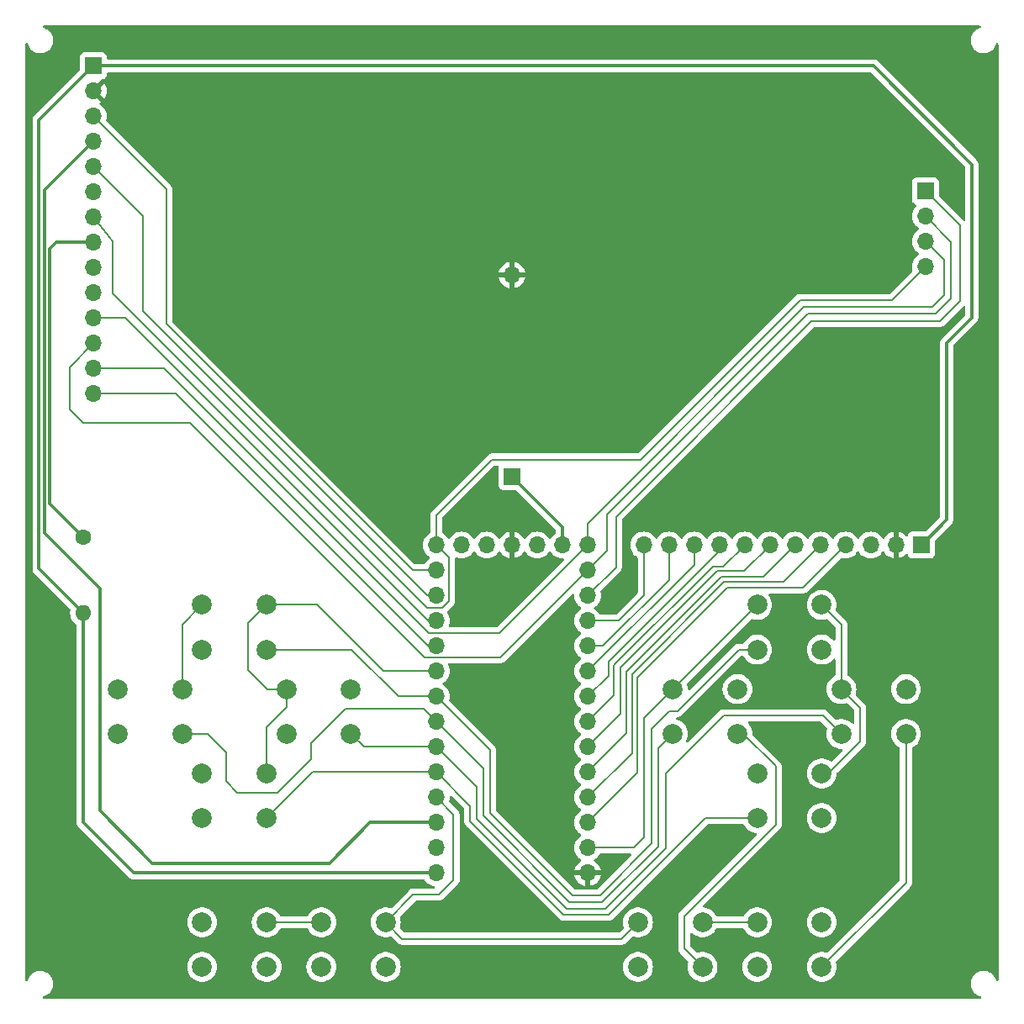
<source format=gbr>
G04 #@! TF.GenerationSoftware,KiCad,Pcbnew,8.0.4*
G04 #@! TF.CreationDate,2024-09-17T15:57:22+09:30*
G04 #@! TF.ProjectId,handheld game console,68616e64-6865-46c6-9420-67616d652063,0*
G04 #@! TF.SameCoordinates,Original*
G04 #@! TF.FileFunction,Copper,L1,Top*
G04 #@! TF.FilePolarity,Positive*
%FSLAX46Y46*%
G04 Gerber Fmt 4.6, Leading zero omitted, Abs format (unit mm)*
G04 Created by KiCad (PCBNEW 8.0.4) date 2024-09-17 15:57:22*
%MOMM*%
%LPD*%
G01*
G04 APERTURE LIST*
G04 #@! TA.AperFunction,Conductor*
%ADD10C,0.200000*%
G04 #@! TD*
G04 #@! TA.AperFunction,ComponentPad*
%ADD11O,1.700000X1.700000*%
G04 #@! TD*
G04 #@! TA.AperFunction,ComponentPad*
%ADD12C,2.000000*%
G04 #@! TD*
G04 #@! TA.AperFunction,ComponentPad*
%ADD13R,1.700000X1.700000*%
G04 #@! TD*
G04 #@! TA.AperFunction,ComponentPad*
%ADD14C,1.600000*%
G04 #@! TD*
G04 #@! TA.AperFunction,ComponentPad*
%ADD15O,1.600000X1.600000*%
G04 #@! TD*
G04 #@! TA.AperFunction,Conductor*
%ADD16C,0.300000*%
G04 #@! TD*
G04 APERTURE END LIST*
D10*
X119791000Y-131283800D02*
X120019600Y-131334600D01*
D11*
X135120000Y-128800000D03*
X135120000Y-126260000D03*
X135120000Y-123720000D03*
X135120000Y-121180000D03*
X135120000Y-118640000D03*
X135120000Y-116100000D03*
X135120000Y-113560000D03*
X135120000Y-111020000D03*
X135120000Y-108480000D03*
X135120000Y-105940000D03*
X135120000Y-103400000D03*
X135120000Y-100860000D03*
X135120000Y-98320000D03*
X119880000Y-98320000D03*
X119880000Y-100860000D03*
X119880000Y-103400000D03*
X119880000Y-105940000D03*
X119880000Y-108480000D03*
X119880000Y-111020000D03*
X119880000Y-113560000D03*
X119880000Y-116100000D03*
X119880000Y-118640000D03*
X119880000Y-121180000D03*
X119880000Y-123720000D03*
X119880000Y-126260000D03*
X130040000Y-98320000D03*
X135120000Y-131340000D03*
X119880000Y-128800000D03*
X127500000Y-98320000D03*
X119880000Y-131340000D03*
X132580000Y-98320000D03*
X124960000Y-98320000D03*
X122420000Y-98320000D03*
D12*
X96300800Y-104348600D03*
X102800800Y-104348600D03*
X96300800Y-108848600D03*
X102800800Y-108848600D03*
X152199200Y-121308600D03*
X158699200Y-121308600D03*
X152199200Y-125808600D03*
X158699200Y-125808600D03*
X96300800Y-136308600D03*
X102800800Y-136308600D03*
X96300800Y-140808600D03*
X102800800Y-140808600D03*
X104780800Y-112828600D03*
X111280800Y-112828600D03*
X104780800Y-117328600D03*
X111280800Y-117328600D03*
X143719200Y-112828600D03*
X150219200Y-112828600D03*
X143719200Y-117328600D03*
X150219200Y-117328600D03*
X96300800Y-121308600D03*
X102800800Y-121308600D03*
X96300800Y-125808600D03*
X102800800Y-125808600D03*
X152199200Y-136308600D03*
X158699200Y-136308600D03*
X152199200Y-140808600D03*
X158699200Y-140808600D03*
X152199200Y-104348600D03*
X158699200Y-104348600D03*
X152199200Y-108848600D03*
X158699200Y-108848600D03*
X87820800Y-112828600D03*
X94320800Y-112828600D03*
X87820800Y-117328600D03*
X94320800Y-117328600D03*
X108300800Y-136308600D03*
X114800800Y-136308600D03*
X108300800Y-140808600D03*
X114800800Y-140808600D03*
X160679200Y-112828600D03*
X167179200Y-112828600D03*
X160679200Y-117328600D03*
X167179200Y-117328600D03*
X140199200Y-136308600D03*
X146699200Y-136308600D03*
X140199200Y-140808600D03*
X146699200Y-140808600D03*
D13*
X85338800Y-50056200D03*
D11*
X85338800Y-52596200D03*
X85338800Y-55136200D03*
X85338800Y-57676200D03*
X85338800Y-60216200D03*
X85338800Y-62756200D03*
X85338800Y-65296200D03*
X85338800Y-67836200D03*
X85338800Y-70376200D03*
X85338800Y-72916200D03*
X85338800Y-75456200D03*
X85338800Y-77996200D03*
X85338800Y-80536200D03*
X85338800Y-83076200D03*
D13*
X169138800Y-62666200D03*
D11*
X169138800Y-65206200D03*
X169138800Y-67746200D03*
X169138800Y-70286200D03*
D14*
X84307200Y-97527200D03*
D15*
X84307200Y-105147200D03*
D13*
X168711400Y-98320200D03*
D11*
X166171400Y-98320200D03*
X163631400Y-98320200D03*
X161091400Y-98320200D03*
X158551400Y-98320200D03*
X156011400Y-98320200D03*
X153471400Y-98320200D03*
X150931400Y-98320200D03*
X148391400Y-98320200D03*
X145851400Y-98320200D03*
X143311400Y-98320200D03*
X140771400Y-98320200D03*
D13*
X127500000Y-91431200D03*
D11*
X127500000Y-71111200D03*
D10*
X140771400Y-103394800D02*
X140771400Y-98340200D01*
X138226200Y-105940000D02*
X140771400Y-103394800D01*
X135120000Y-105940000D02*
X138226200Y-105940000D01*
X143311400Y-101845400D02*
X143311400Y-98340200D01*
X136676800Y-108480000D02*
X143311400Y-101845400D01*
X135120000Y-108480000D02*
X136676800Y-108480000D01*
X140822200Y-115725600D02*
X143719200Y-112828600D01*
X139801000Y-128800000D02*
X140822200Y-127778800D01*
X140822200Y-127778800D02*
X140822200Y-115725600D01*
X135120000Y-128800000D02*
X139801000Y-128800000D01*
X125277400Y-125289600D02*
X125277400Y-118957400D01*
X133583200Y-133595400D02*
X125277400Y-125289600D01*
X136377200Y-133595400D02*
X133583200Y-133595400D01*
X141584200Y-128388400D02*
X136377200Y-133595400D01*
X143362200Y-115027800D02*
X141584200Y-116805800D01*
X144149600Y-115027800D02*
X143362200Y-115027800D01*
X150328800Y-108848600D02*
X144149600Y-115027800D01*
X141584200Y-116805800D02*
X141584200Y-128388400D01*
X152199200Y-108848600D02*
X150328800Y-108848600D01*
X125277400Y-118957400D02*
X119880000Y-113560000D01*
X124591600Y-125594400D02*
X124591600Y-120811600D01*
X133303800Y-134306600D02*
X124591600Y-125594400D01*
X124591600Y-120811600D02*
X119880000Y-116100000D01*
X142244600Y-128667800D02*
X136605800Y-134306600D01*
X142244600Y-118803200D02*
X142244600Y-128667800D01*
X136605800Y-134306600D02*
X133303800Y-134306600D01*
X143719200Y-117328600D02*
X142244600Y-118803200D01*
X132973600Y-134916200D02*
X123931200Y-125873800D01*
X136936000Y-134916200D02*
X132973600Y-134916200D01*
X123931200Y-122691200D02*
X119880000Y-118640000D01*
X142981200Y-128871000D02*
X136936000Y-134916200D01*
X142981200Y-121301600D02*
X142981200Y-128871000D01*
X123931200Y-125873800D02*
X123931200Y-122691200D01*
X148823200Y-115459600D02*
X142981200Y-121301600D01*
X158810200Y-115459600D02*
X148823200Y-115459600D01*
X160679200Y-117328600D02*
X158810200Y-115459600D01*
X123296200Y-126153200D02*
X123296200Y-124596200D01*
X137240800Y-135551200D02*
X132694200Y-135551200D01*
X132694200Y-135551200D02*
X123296200Y-126153200D01*
X123296200Y-124596200D02*
X119880000Y-121180000D01*
X146983400Y-125808600D02*
X137240800Y-135551200D01*
X152199200Y-125808600D02*
X146983400Y-125808600D01*
D16*
X80921000Y-68528600D02*
X81613400Y-67836200D01*
X81613400Y-67836200D02*
X85338800Y-67836200D01*
X80921000Y-94141000D02*
X80921000Y-68528600D01*
X84307200Y-97527200D02*
X80921000Y-94141000D01*
X91266800Y-130369400D02*
X85983600Y-125086200D01*
X109123000Y-130369400D02*
X91266800Y-130369400D01*
X85983600Y-125086200D02*
X85983600Y-102708800D01*
X85983600Y-102708800D02*
X80421000Y-97146200D01*
X113232400Y-126260000D02*
X109123000Y-130369400D01*
X80421000Y-62594000D02*
X85338800Y-57676200D01*
X119880000Y-126260000D02*
X113232400Y-126260000D01*
X80421000Y-97146200D02*
X80421000Y-62594000D01*
X79862200Y-55532800D02*
X85338800Y-50056200D01*
X79862200Y-100702200D02*
X79862200Y-55532800D01*
X84307200Y-105147200D02*
X79862200Y-100702200D01*
D10*
X148874000Y-102048600D02*
X154823000Y-102048600D01*
X154823000Y-102048600D02*
X158551400Y-98320200D01*
X139577600Y-119262400D02*
X139577600Y-111345000D01*
X139577600Y-111345000D02*
X148874000Y-102048600D01*
X135120000Y-123720000D02*
X139577600Y-119262400D01*
X152841800Y-101489800D02*
X156011400Y-98320200D01*
X148569200Y-101489800D02*
X152841800Y-101489800D01*
X139018800Y-117281200D02*
X139018800Y-111040200D01*
X135120000Y-121180000D02*
X139018800Y-117281200D01*
X139018800Y-111040200D02*
X148569200Y-101489800D01*
X145851400Y-100288600D02*
X145851400Y-98340200D01*
X135120000Y-111020000D02*
X145851400Y-100288600D01*
X137201800Y-110037800D02*
X148391400Y-98848200D01*
X148391400Y-98848200D02*
X148391400Y-98340200D01*
X137201800Y-111478200D02*
X137201800Y-110037800D01*
X135120000Y-113560000D02*
X137201800Y-111478200D01*
X148797800Y-100473800D02*
X150931400Y-98340200D01*
X137771000Y-110433800D02*
X147731000Y-100473800D01*
X137771000Y-113449000D02*
X137771000Y-110433800D01*
X147731000Y-100473800D02*
X148797800Y-100473800D01*
X135120000Y-116100000D02*
X137771000Y-113449000D01*
X150883800Y-100927800D02*
X153471400Y-98340200D01*
X138460000Y-115300000D02*
X138460000Y-110659200D01*
X135120000Y-118640000D02*
X138460000Y-115300000D01*
X138460000Y-110659200D02*
X148191400Y-100927800D01*
X148191400Y-100927800D02*
X150883800Y-100927800D01*
X149204200Y-102582000D02*
X156829600Y-102582000D01*
X140111000Y-111675200D02*
X149204200Y-102582000D01*
X156829600Y-102582000D02*
X161091400Y-98320200D01*
X140111000Y-121269000D02*
X140111000Y-111675200D01*
X135120000Y-126260000D02*
X140111000Y-121269000D01*
D16*
X171276800Y-95774800D02*
X168711400Y-98340200D01*
X173816800Y-75404000D02*
X171276800Y-77944000D01*
X173816800Y-59986200D02*
X173816800Y-75404000D01*
X171276800Y-77944000D02*
X171276800Y-95774800D01*
X163886800Y-50056200D02*
X173816800Y-59986200D01*
X85338800Y-50056200D02*
X163886800Y-50056200D01*
D10*
X172623000Y-66150400D02*
X169138800Y-62666200D01*
X170616400Y-75759600D02*
X172623000Y-73753000D01*
X137977400Y-95470000D02*
X157687800Y-75759600D01*
X157687800Y-75759600D02*
X170616400Y-75759600D01*
X135120000Y-103400000D02*
X137977400Y-100542600D01*
X137977400Y-100542600D02*
X137977400Y-95470000D01*
X172623000Y-73753000D02*
X172623000Y-66150400D01*
X107892400Y-104348600D02*
X102800800Y-104348600D01*
X114563800Y-111020000D02*
X107892400Y-104348600D01*
X119880000Y-111020000D02*
X114563800Y-111020000D01*
X118932600Y-103400000D02*
X90327000Y-74794400D01*
X90327000Y-74794400D02*
X90327000Y-65204400D01*
X90327000Y-65204400D02*
X85338800Y-60216200D01*
X119880000Y-103400000D02*
X118932600Y-103400000D01*
X119059600Y-108480000D02*
X93655800Y-83076200D01*
X93655800Y-83076200D02*
X85338800Y-83076200D01*
X119880000Y-108480000D02*
X119059600Y-108480000D01*
X126235200Y-107204800D02*
X119156000Y-107204800D01*
X119156000Y-107204800D02*
X92487400Y-80536200D01*
X92487400Y-80536200D02*
X85338800Y-80536200D01*
X135120000Y-98320000D02*
X126235200Y-107204800D01*
X88525000Y-75456200D02*
X85338800Y-75456200D01*
X119008800Y-105940000D02*
X88525000Y-75456200D01*
X119880000Y-105940000D02*
X119008800Y-105940000D01*
X92689200Y-62486600D02*
X85338800Y-55136200D01*
X92689200Y-76039000D02*
X92689200Y-62486600D01*
X117510200Y-100860000D02*
X92689200Y-76039000D01*
X119880000Y-100860000D02*
X117510200Y-100860000D01*
X87253600Y-67711000D02*
X85338800Y-65296200D01*
X87253600Y-72940200D02*
X87253600Y-67711000D01*
X121162600Y-99602600D02*
X121162600Y-103979000D01*
X120477000Y-104664600D02*
X118978000Y-104664600D01*
X118978000Y-104664600D02*
X87253600Y-72940200D01*
X119880000Y-98320000D02*
X121162600Y-99602600D01*
X121162600Y-103979000D02*
X120477000Y-104664600D01*
X171734000Y-67801400D02*
X169138800Y-65206200D01*
X171734000Y-73499000D02*
X171734000Y-67801400D01*
X170184600Y-75048400D02*
X171734000Y-73499000D01*
X137088400Y-98891600D02*
X137088400Y-95266800D01*
X137088400Y-95266800D02*
X157306800Y-75048400D01*
X157306800Y-75048400D02*
X170184600Y-75048400D01*
X135120000Y-100860000D02*
X137088400Y-98891600D01*
X171022800Y-69630200D02*
X169138800Y-67746200D01*
X171022800Y-73144050D02*
X171022800Y-69630200D01*
X169829650Y-74337200D02*
X171022800Y-73144050D01*
X156925800Y-74337200D02*
X169829650Y-74337200D01*
X135120000Y-96143000D02*
X156925800Y-74337200D01*
X135120000Y-98320000D02*
X135120000Y-96143000D01*
X82935600Y-80399400D02*
X85338800Y-77996200D01*
X82935600Y-84624200D02*
X82935600Y-80399400D01*
X84307200Y-85995800D02*
X82935600Y-84624200D01*
X95102200Y-85995800D02*
X84307200Y-85995800D01*
X118736400Y-109630000D02*
X95102200Y-85995800D01*
X126350000Y-109630000D02*
X118736400Y-109630000D01*
X135120000Y-100860000D02*
X126350000Y-109630000D01*
D16*
X132580000Y-96511200D02*
X127500000Y-91431200D01*
X132580000Y-98320000D02*
X132580000Y-96511200D01*
X89392600Y-131340000D02*
X84307200Y-126254600D01*
X84307200Y-126254600D02*
X84307200Y-105147200D01*
X119880000Y-131340000D02*
X89392600Y-131340000D01*
D10*
X156522766Y-73637200D02*
X165787800Y-73637200D01*
X165787800Y-73637200D02*
X169138800Y-70286200D01*
X125506000Y-89704000D02*
X140455966Y-89704000D01*
X140455966Y-89704000D02*
X156522766Y-73637200D01*
X119880000Y-98320000D02*
X119880000Y-95330000D01*
X119880000Y-95330000D02*
X125506000Y-89704000D01*
X102800800Y-121308600D02*
X102800800Y-116625600D01*
X94320800Y-106328600D02*
X94320800Y-112828600D01*
X102859800Y-112828600D02*
X100944200Y-110913000D01*
X100944200Y-106205200D02*
X102800800Y-104348600D01*
X104780800Y-112828600D02*
X102859800Y-112828600D01*
X102800800Y-116625600D02*
X104780800Y-114645600D01*
X96300800Y-104348600D02*
X94320800Y-106328600D01*
X104780800Y-114645600D02*
X104780800Y-112828600D01*
X100944200Y-110913000D02*
X100944200Y-106205200D01*
X167179200Y-117328600D02*
X167179200Y-132328600D01*
X111280800Y-117328600D02*
X112592200Y-118640000D01*
X112592200Y-118640000D02*
X119880000Y-118640000D01*
X167179200Y-132328600D02*
X158699200Y-140808600D01*
X143719200Y-112828600D02*
X152199200Y-104348600D01*
X158699200Y-104348600D02*
X160679200Y-106328600D01*
X160679200Y-106328600D02*
X160679200Y-112828600D01*
X108300800Y-136308600D02*
X102800800Y-136308600D01*
X121619800Y-132045800D02*
X120146600Y-133519000D01*
X120146600Y-133519000D02*
X117555800Y-133519000D01*
X138543800Y-137964000D02*
X140199200Y-136308600D01*
X117555800Y-133519000D02*
X114800800Y-136274000D01*
X116456200Y-137964000D02*
X138543800Y-137964000D01*
X121619800Y-125459800D02*
X121619800Y-132045800D01*
X114800800Y-136308600D02*
X116456200Y-137964000D01*
X146699200Y-136308600D02*
X152199200Y-136308600D01*
X119880000Y-123720000D02*
X121619800Y-125459800D01*
X114800800Y-136274000D02*
X114800800Y-136308600D01*
X102800800Y-108848600D02*
X111351200Y-108848600D01*
X116062600Y-113560000D02*
X119880000Y-113560000D01*
X111351200Y-108848600D02*
X116062600Y-113560000D01*
X107429400Y-121180000D02*
X102800800Y-125808600D01*
X119880000Y-121180000D02*
X107429400Y-121180000D01*
X150219200Y-117328600D02*
X150793800Y-117328600D01*
X98709000Y-119218800D02*
X96818800Y-117328600D01*
X103890600Y-123232000D02*
X99852000Y-123232000D01*
X144835400Y-135678000D02*
X144835400Y-138944800D01*
X98709000Y-122089000D02*
X98709000Y-119218800D01*
X118604600Y-114824600D02*
X110723200Y-114824600D01*
X154055600Y-120590400D02*
X154055600Y-126457800D01*
X119880000Y-116100000D02*
X118604600Y-114824600D01*
X107268800Y-118279000D02*
X107268800Y-119853800D01*
X107268800Y-119853800D02*
X103890600Y-123232000D01*
X154055600Y-126457800D02*
X144835400Y-135678000D01*
X96818800Y-117328600D02*
X94320800Y-117328600D01*
X150793800Y-117328600D02*
X154055600Y-120590400D01*
X110723200Y-114824600D02*
X107268800Y-118279000D01*
X99852000Y-123232000D02*
X98709000Y-122089000D01*
X144835400Y-138944800D02*
X146699200Y-140808600D01*
X162564600Y-118075800D02*
X159331800Y-121308600D01*
X162564600Y-114714000D02*
X162564600Y-118075800D01*
X160679200Y-112828600D02*
X162564600Y-114714000D01*
X159331800Y-121308600D02*
X158699200Y-121308600D01*
G04 #@! TA.AperFunction,Conductor*
G36*
X133686583Y-103245164D02*
G01*
X133742516Y-103287036D01*
X133766933Y-103352500D01*
X133766777Y-103372153D01*
X133764341Y-103399997D01*
X133764341Y-103400000D01*
X133784936Y-103635403D01*
X133784938Y-103635413D01*
X133846094Y-103863655D01*
X133846096Y-103863659D01*
X133846097Y-103863663D01*
X133917428Y-104016632D01*
X133945965Y-104077830D01*
X133945967Y-104077834D01*
X134081501Y-104271395D01*
X134081506Y-104271402D01*
X134248597Y-104438493D01*
X134248603Y-104438498D01*
X134434158Y-104568425D01*
X134477783Y-104623002D01*
X134484977Y-104692500D01*
X134453454Y-104754855D01*
X134434158Y-104771575D01*
X134248597Y-104901505D01*
X134081505Y-105068597D01*
X133945965Y-105262169D01*
X133945964Y-105262171D01*
X133846098Y-105476335D01*
X133846094Y-105476344D01*
X133784938Y-105704586D01*
X133784936Y-105704596D01*
X133764341Y-105939999D01*
X133764341Y-105940000D01*
X133784936Y-106175403D01*
X133784938Y-106175413D01*
X133846094Y-106403655D01*
X133846096Y-106403659D01*
X133846097Y-106403663D01*
X133910146Y-106541016D01*
X133945965Y-106617830D01*
X133945967Y-106617834D01*
X134081501Y-106811395D01*
X134081506Y-106811402D01*
X134248597Y-106978493D01*
X134248603Y-106978498D01*
X134434158Y-107108425D01*
X134477783Y-107163002D01*
X134484977Y-107232500D01*
X134453454Y-107294855D01*
X134434158Y-107311575D01*
X134248597Y-107441505D01*
X134081505Y-107608597D01*
X133945965Y-107802169D01*
X133945964Y-107802171D01*
X133846098Y-108016335D01*
X133846094Y-108016344D01*
X133784938Y-108244586D01*
X133784936Y-108244596D01*
X133764341Y-108479999D01*
X133764341Y-108480000D01*
X133784936Y-108715403D01*
X133784938Y-108715413D01*
X133846094Y-108943655D01*
X133846096Y-108943659D01*
X133846097Y-108943663D01*
X133917331Y-109096424D01*
X133945965Y-109157830D01*
X133945967Y-109157834D01*
X134081501Y-109351395D01*
X134081506Y-109351402D01*
X134248597Y-109518493D01*
X134248603Y-109518498D01*
X134434158Y-109648425D01*
X134477783Y-109703002D01*
X134484977Y-109772500D01*
X134453454Y-109834855D01*
X134434158Y-109851575D01*
X134248597Y-109981505D01*
X134081505Y-110148597D01*
X133945965Y-110342169D01*
X133945964Y-110342171D01*
X133846098Y-110556335D01*
X133846094Y-110556344D01*
X133784938Y-110784586D01*
X133784936Y-110784596D01*
X133764341Y-111019999D01*
X133764341Y-111020000D01*
X133784936Y-111255403D01*
X133784938Y-111255413D01*
X133846094Y-111483655D01*
X133846096Y-111483659D01*
X133846097Y-111483663D01*
X133910053Y-111620816D01*
X133945965Y-111697830D01*
X133945967Y-111697834D01*
X134081501Y-111891395D01*
X134081506Y-111891402D01*
X134248597Y-112058493D01*
X134248603Y-112058498D01*
X134434158Y-112188425D01*
X134477783Y-112243002D01*
X134484977Y-112312500D01*
X134453454Y-112374855D01*
X134434158Y-112391575D01*
X134248597Y-112521505D01*
X134081505Y-112688597D01*
X133945965Y-112882169D01*
X133945964Y-112882171D01*
X133846098Y-113096335D01*
X133846094Y-113096344D01*
X133784938Y-113324586D01*
X133784936Y-113324596D01*
X133764341Y-113559999D01*
X133764341Y-113560000D01*
X133784936Y-113795403D01*
X133784938Y-113795413D01*
X133846094Y-114023655D01*
X133846096Y-114023659D01*
X133846097Y-114023663D01*
X133939415Y-114223784D01*
X133945965Y-114237830D01*
X133945967Y-114237834D01*
X134021207Y-114345287D01*
X134078633Y-114427300D01*
X134081501Y-114431395D01*
X134081504Y-114431400D01*
X134248597Y-114598493D01*
X134248603Y-114598498D01*
X134434158Y-114728425D01*
X134477783Y-114783002D01*
X134484977Y-114852500D01*
X134453454Y-114914855D01*
X134434158Y-114931575D01*
X134248597Y-115061505D01*
X134081505Y-115228597D01*
X133945965Y-115422169D01*
X133945964Y-115422171D01*
X133846098Y-115636335D01*
X133846094Y-115636344D01*
X133784938Y-115864586D01*
X133784936Y-115864596D01*
X133764341Y-116099999D01*
X133764341Y-116100000D01*
X133784936Y-116335403D01*
X133784938Y-116335413D01*
X133846094Y-116563655D01*
X133846096Y-116563659D01*
X133846097Y-116563663D01*
X133923055Y-116728700D01*
X133945965Y-116777830D01*
X133945967Y-116777834D01*
X134081501Y-116971395D01*
X134081506Y-116971402D01*
X134248597Y-117138493D01*
X134248603Y-117138498D01*
X134434158Y-117268425D01*
X134477783Y-117323002D01*
X134484977Y-117392500D01*
X134453454Y-117454855D01*
X134434158Y-117471575D01*
X134248597Y-117601505D01*
X134081505Y-117768597D01*
X133945965Y-117962169D01*
X133945964Y-117962171D01*
X133846098Y-118176335D01*
X133846094Y-118176344D01*
X133784938Y-118404586D01*
X133784936Y-118404596D01*
X133764341Y-118639999D01*
X133764341Y-118640000D01*
X133784936Y-118875403D01*
X133784938Y-118875413D01*
X133846094Y-119103655D01*
X133846096Y-119103659D01*
X133846097Y-119103663D01*
X133909906Y-119240501D01*
X133945965Y-119317830D01*
X133945967Y-119317834D01*
X134081501Y-119511395D01*
X134081506Y-119511402D01*
X134248597Y-119678493D01*
X134248603Y-119678498D01*
X134434158Y-119808425D01*
X134477783Y-119863002D01*
X134484977Y-119932500D01*
X134453454Y-119994855D01*
X134434158Y-120011575D01*
X134248597Y-120141505D01*
X134081505Y-120308597D01*
X133945965Y-120502169D01*
X133945964Y-120502171D01*
X133846098Y-120716335D01*
X133846094Y-120716344D01*
X133784938Y-120944586D01*
X133784936Y-120944596D01*
X133764341Y-121179999D01*
X133764341Y-121180000D01*
X133784936Y-121415403D01*
X133784938Y-121415413D01*
X133846094Y-121643655D01*
X133846096Y-121643659D01*
X133846097Y-121643663D01*
X133911227Y-121783334D01*
X133945965Y-121857830D01*
X133945967Y-121857834D01*
X134081501Y-122051395D01*
X134081506Y-122051402D01*
X134248597Y-122218493D01*
X134248603Y-122218498D01*
X134434158Y-122348425D01*
X134477783Y-122403002D01*
X134484977Y-122472500D01*
X134453454Y-122534855D01*
X134434158Y-122551575D01*
X134248597Y-122681505D01*
X134081505Y-122848597D01*
X133945965Y-123042169D01*
X133945964Y-123042171D01*
X133846098Y-123256335D01*
X133846094Y-123256344D01*
X133784938Y-123484586D01*
X133784936Y-123484596D01*
X133764341Y-123719999D01*
X133764341Y-123720000D01*
X133784936Y-123955403D01*
X133784938Y-123955413D01*
X133846094Y-124183655D01*
X133846096Y-124183659D01*
X133846097Y-124183663D01*
X133940176Y-124385415D01*
X133945965Y-124397830D01*
X133945967Y-124397834D01*
X134081501Y-124591395D01*
X134081506Y-124591402D01*
X134248597Y-124758493D01*
X134248603Y-124758498D01*
X134434158Y-124888425D01*
X134477783Y-124943002D01*
X134484977Y-125012500D01*
X134453454Y-125074855D01*
X134434158Y-125091575D01*
X134248597Y-125221505D01*
X134081505Y-125388597D01*
X133945965Y-125582169D01*
X133945964Y-125582171D01*
X133846098Y-125796335D01*
X133846094Y-125796344D01*
X133784938Y-126024586D01*
X133784936Y-126024596D01*
X133764341Y-126259999D01*
X133764341Y-126260000D01*
X133784936Y-126495403D01*
X133784938Y-126495413D01*
X133846094Y-126723655D01*
X133846096Y-126723659D01*
X133846097Y-126723663D01*
X133894059Y-126826517D01*
X133945965Y-126937830D01*
X133945967Y-126937834D01*
X134081501Y-127131395D01*
X134081506Y-127131402D01*
X134248597Y-127298493D01*
X134248603Y-127298498D01*
X134434158Y-127428425D01*
X134477783Y-127483002D01*
X134484977Y-127552500D01*
X134453454Y-127614855D01*
X134434158Y-127631575D01*
X134248597Y-127761505D01*
X134081505Y-127928597D01*
X133945965Y-128122169D01*
X133945964Y-128122171D01*
X133846098Y-128336335D01*
X133846094Y-128336344D01*
X133784938Y-128564586D01*
X133784936Y-128564596D01*
X133764341Y-128799999D01*
X133764341Y-128800000D01*
X133784936Y-129035403D01*
X133784938Y-129035413D01*
X133846094Y-129263655D01*
X133846096Y-129263659D01*
X133846097Y-129263663D01*
X133909906Y-129400501D01*
X133945965Y-129477830D01*
X133945967Y-129477834D01*
X134081501Y-129671395D01*
X134081506Y-129671402D01*
X134248597Y-129838493D01*
X134248603Y-129838498D01*
X134434594Y-129968730D01*
X134478219Y-130023307D01*
X134485413Y-130092805D01*
X134453890Y-130155160D01*
X134434595Y-130171880D01*
X134248922Y-130301890D01*
X134248920Y-130301891D01*
X134081891Y-130468920D01*
X134081886Y-130468926D01*
X133946400Y-130662420D01*
X133946399Y-130662422D01*
X133846570Y-130876507D01*
X133846567Y-130876513D01*
X133789364Y-131089999D01*
X133789364Y-131090000D01*
X134686988Y-131090000D01*
X134654075Y-131147007D01*
X134620000Y-131274174D01*
X134620000Y-131405826D01*
X134654075Y-131532993D01*
X134686988Y-131590000D01*
X133789364Y-131590000D01*
X133846567Y-131803486D01*
X133846570Y-131803492D01*
X133946399Y-132017578D01*
X134081894Y-132211082D01*
X134248917Y-132378105D01*
X134442421Y-132513600D01*
X134656507Y-132613429D01*
X134656516Y-132613433D01*
X134870000Y-132670634D01*
X134870000Y-131773012D01*
X134927007Y-131805925D01*
X135054174Y-131840000D01*
X135185826Y-131840000D01*
X135312993Y-131805925D01*
X135370000Y-131773012D01*
X135370000Y-132670633D01*
X135583483Y-132613433D01*
X135583492Y-132613429D01*
X135797578Y-132513600D01*
X135991082Y-132378105D01*
X136158105Y-132211082D01*
X136293600Y-132017578D01*
X136393429Y-131803492D01*
X136393432Y-131803486D01*
X136450636Y-131590000D01*
X135553012Y-131590000D01*
X135585925Y-131532993D01*
X135620000Y-131405826D01*
X135620000Y-131274174D01*
X135585925Y-131147007D01*
X135553012Y-131090000D01*
X136450636Y-131090000D01*
X136450635Y-131089999D01*
X136393432Y-130876513D01*
X136393429Y-130876507D01*
X136293600Y-130662422D01*
X136293599Y-130662420D01*
X136158113Y-130468926D01*
X136158108Y-130468920D01*
X135991078Y-130301890D01*
X135805405Y-130171879D01*
X135761780Y-130117302D01*
X135754588Y-130047804D01*
X135786110Y-129985449D01*
X135805406Y-129968730D01*
X135947478Y-129869250D01*
X135991401Y-129838495D01*
X136158495Y-129671401D01*
X136294035Y-129477830D01*
X136296707Y-129472097D01*
X136342878Y-129419658D01*
X136409091Y-129400500D01*
X139423503Y-129400500D01*
X139490542Y-129420185D01*
X139536297Y-129472989D01*
X139546241Y-129542147D01*
X139517216Y-129605703D01*
X139511184Y-129612181D01*
X136164784Y-132958581D01*
X136103461Y-132992066D01*
X136077103Y-132994900D01*
X133883297Y-132994900D01*
X133816258Y-132975215D01*
X133795616Y-132958581D01*
X125914219Y-125077184D01*
X125880734Y-125015861D01*
X125877900Y-124989503D01*
X125877900Y-118878343D01*
X125877899Y-118878339D01*
X125864706Y-118829101D01*
X125864706Y-118829100D01*
X125836977Y-118725615D01*
X125784878Y-118635377D01*
X125758147Y-118589077D01*
X125757921Y-118588685D01*
X125641785Y-118472549D01*
X125641774Y-118472539D01*
X121212766Y-114043531D01*
X121179281Y-113982208D01*
X121180672Y-113923757D01*
X121181863Y-113919309D01*
X121215063Y-113795408D01*
X121235659Y-113560000D01*
X121215063Y-113324592D01*
X121153903Y-113096337D01*
X121054035Y-112882171D01*
X121054034Y-112882169D01*
X120918494Y-112688597D01*
X120751402Y-112521506D01*
X120751396Y-112521501D01*
X120565842Y-112391575D01*
X120522217Y-112336998D01*
X120515023Y-112267500D01*
X120546546Y-112205145D01*
X120565842Y-112188425D01*
X120674998Y-112111993D01*
X120751401Y-112058495D01*
X120918495Y-111891401D01*
X121054035Y-111697830D01*
X121153903Y-111483663D01*
X121215063Y-111255408D01*
X121235659Y-111020000D01*
X121215063Y-110784592D01*
X121153903Y-110556337D01*
X121084220Y-110406904D01*
X121073729Y-110337828D01*
X121102249Y-110274044D01*
X121160725Y-110235804D01*
X121196603Y-110230500D01*
X126263331Y-110230500D01*
X126263347Y-110230501D01*
X126270943Y-110230501D01*
X126429054Y-110230501D01*
X126429057Y-110230501D01*
X126581785Y-110189577D01*
X126631904Y-110160639D01*
X126718716Y-110110520D01*
X126830520Y-109998716D01*
X126830520Y-109998714D01*
X126840728Y-109988507D01*
X126840730Y-109988504D01*
X133555570Y-103273663D01*
X133616891Y-103240180D01*
X133686583Y-103245164D01*
G37*
G04 #@! TD.AperFunction*
G04 #@! TA.AperFunction,Conductor*
G36*
X127750000Y-99650633D02*
G01*
X127963483Y-99593433D01*
X127963492Y-99593429D01*
X128177578Y-99493600D01*
X128371082Y-99358105D01*
X128538105Y-99191082D01*
X128668119Y-99005405D01*
X128722696Y-98961781D01*
X128792195Y-98954588D01*
X128854549Y-98986110D01*
X128871269Y-99005405D01*
X129001505Y-99191401D01*
X129168599Y-99358495D01*
X129245766Y-99412528D01*
X129362165Y-99494032D01*
X129362167Y-99494033D01*
X129362170Y-99494035D01*
X129576337Y-99593903D01*
X129576343Y-99593904D01*
X129576344Y-99593905D01*
X129623608Y-99606569D01*
X129804592Y-99655063D01*
X129983297Y-99670698D01*
X130039999Y-99675659D01*
X130040000Y-99675659D01*
X130040001Y-99675659D01*
X130096680Y-99670700D01*
X130275408Y-99655063D01*
X130503663Y-99593903D01*
X130717830Y-99494035D01*
X130911401Y-99358495D01*
X131078495Y-99191401D01*
X131208425Y-99005842D01*
X131263002Y-98962217D01*
X131332500Y-98955023D01*
X131394855Y-98986546D01*
X131411575Y-99005842D01*
X131541500Y-99191395D01*
X131541505Y-99191401D01*
X131708599Y-99358495D01*
X131785766Y-99412528D01*
X131902165Y-99494032D01*
X131902167Y-99494033D01*
X131902170Y-99494035D01*
X132116337Y-99593903D01*
X132116343Y-99593904D01*
X132116344Y-99593905D01*
X132163608Y-99606569D01*
X132344592Y-99655063D01*
X132523297Y-99670698D01*
X132579999Y-99675659D01*
X132580000Y-99675659D01*
X132607841Y-99673223D01*
X132676341Y-99686989D01*
X132726524Y-99735604D01*
X132742458Y-99803632D01*
X132719083Y-99869476D01*
X132706330Y-99884432D01*
X126022784Y-106567981D01*
X125961461Y-106601466D01*
X125935103Y-106604300D01*
X121254985Y-106604300D01*
X121187946Y-106584615D01*
X121142191Y-106531811D01*
X121132247Y-106462653D01*
X121142603Y-106427895D01*
X121153903Y-106403663D01*
X121215063Y-106175408D01*
X121235659Y-105940000D01*
X121215063Y-105704592D01*
X121153903Y-105476337D01*
X121054035Y-105262171D01*
X120979713Y-105156028D01*
X120957387Y-105089823D01*
X120974397Y-105022055D01*
X120993604Y-104997229D01*
X121521106Y-104469728D01*
X121521111Y-104469724D01*
X121531314Y-104459520D01*
X121531316Y-104459520D01*
X121643120Y-104347716D01*
X121701441Y-104246700D01*
X121722177Y-104210785D01*
X121763101Y-104058057D01*
X121763101Y-103899943D01*
X121763101Y-103892348D01*
X121763100Y-103892330D01*
X121763100Y-99698435D01*
X121782785Y-99631396D01*
X121835589Y-99585641D01*
X121904747Y-99575697D01*
X121939503Y-99586053D01*
X121956337Y-99593903D01*
X121956342Y-99593904D01*
X121956344Y-99593905D01*
X122003608Y-99606569D01*
X122184592Y-99655063D01*
X122363297Y-99670698D01*
X122419999Y-99675659D01*
X122420000Y-99675659D01*
X122420001Y-99675659D01*
X122476680Y-99670700D01*
X122655408Y-99655063D01*
X122883663Y-99593903D01*
X123097830Y-99494035D01*
X123291401Y-99358495D01*
X123458495Y-99191401D01*
X123588425Y-99005842D01*
X123643002Y-98962217D01*
X123712500Y-98955023D01*
X123774855Y-98986546D01*
X123791575Y-99005842D01*
X123921500Y-99191395D01*
X123921505Y-99191401D01*
X124088599Y-99358495D01*
X124165766Y-99412528D01*
X124282165Y-99494032D01*
X124282167Y-99494033D01*
X124282170Y-99494035D01*
X124496337Y-99593903D01*
X124496343Y-99593904D01*
X124496344Y-99593905D01*
X124543608Y-99606569D01*
X124724592Y-99655063D01*
X124903297Y-99670698D01*
X124959999Y-99675659D01*
X124960000Y-99675659D01*
X124960001Y-99675659D01*
X125016680Y-99670700D01*
X125195408Y-99655063D01*
X125423663Y-99593903D01*
X125637830Y-99494035D01*
X125831401Y-99358495D01*
X125998495Y-99191401D01*
X126128730Y-99005405D01*
X126183307Y-98961781D01*
X126252805Y-98954587D01*
X126315160Y-98986110D01*
X126331879Y-99005405D01*
X126461890Y-99191078D01*
X126628917Y-99358105D01*
X126822421Y-99493600D01*
X127036507Y-99593429D01*
X127036516Y-99593433D01*
X127250000Y-99650634D01*
X127250000Y-98753012D01*
X127307007Y-98785925D01*
X127434174Y-98820000D01*
X127565826Y-98820000D01*
X127692993Y-98785925D01*
X127750000Y-98753012D01*
X127750000Y-99650633D01*
G37*
G04 #@! TD.AperFunction*
G04 #@! TA.AperFunction,Conductor*
G36*
X173085634Y-74242114D02*
G01*
X173141567Y-74283986D01*
X173165984Y-74349450D01*
X173166300Y-74358296D01*
X173166300Y-75083191D01*
X173146615Y-75150230D01*
X173129981Y-75170872D01*
X170771527Y-77529325D01*
X170771526Y-77529326D01*
X170771523Y-77529331D01*
X170705940Y-77627484D01*
X170705939Y-77627484D01*
X170700335Y-77635871D01*
X170651299Y-77754255D01*
X170651297Y-77754261D01*
X170626300Y-77879928D01*
X170626300Y-95453991D01*
X170606615Y-95521030D01*
X170589981Y-95541672D01*
X169198271Y-96933381D01*
X169136948Y-96966866D01*
X169110590Y-96969700D01*
X167813529Y-96969700D01*
X167813523Y-96969701D01*
X167753916Y-96976108D01*
X167619071Y-97026402D01*
X167619064Y-97026406D01*
X167503855Y-97112652D01*
X167503852Y-97112655D01*
X167417606Y-97227864D01*
X167417602Y-97227871D01*
X167368397Y-97359798D01*
X167326526Y-97415732D01*
X167261061Y-97440149D01*
X167192788Y-97425297D01*
X167164534Y-97404146D01*
X167042482Y-97282094D01*
X166848978Y-97146599D01*
X166634892Y-97046770D01*
X166634886Y-97046767D01*
X166421400Y-96989564D01*
X166421400Y-97887188D01*
X166364393Y-97854275D01*
X166237226Y-97820200D01*
X166105574Y-97820200D01*
X165978407Y-97854275D01*
X165921400Y-97887188D01*
X165921400Y-96989564D01*
X165921399Y-96989564D01*
X165707913Y-97046767D01*
X165707907Y-97046770D01*
X165493822Y-97146599D01*
X165493820Y-97146600D01*
X165300326Y-97282086D01*
X165300320Y-97282091D01*
X165133291Y-97449120D01*
X165133290Y-97449122D01*
X165003280Y-97634795D01*
X164948703Y-97678419D01*
X164879204Y-97685612D01*
X164816850Y-97654090D01*
X164800130Y-97634794D01*
X164669894Y-97448797D01*
X164502802Y-97281706D01*
X164502795Y-97281701D01*
X164502509Y-97281501D01*
X164425918Y-97227871D01*
X164309234Y-97146167D01*
X164309230Y-97146165D01*
X164296569Y-97140261D01*
X164095063Y-97046297D01*
X164095059Y-97046296D01*
X164095055Y-97046294D01*
X163866813Y-96985138D01*
X163866803Y-96985136D01*
X163631401Y-96964541D01*
X163631399Y-96964541D01*
X163395996Y-96985136D01*
X163395986Y-96985138D01*
X163167744Y-97046294D01*
X163167735Y-97046298D01*
X162953571Y-97146164D01*
X162953569Y-97146165D01*
X162759997Y-97281705D01*
X162592905Y-97448797D01*
X162462975Y-97634358D01*
X162408398Y-97677983D01*
X162338900Y-97685177D01*
X162276545Y-97653654D01*
X162259825Y-97634358D01*
X162129894Y-97448797D01*
X161962802Y-97281706D01*
X161962795Y-97281701D01*
X161962509Y-97281501D01*
X161885918Y-97227871D01*
X161769234Y-97146167D01*
X161769230Y-97146165D01*
X161756569Y-97140261D01*
X161555063Y-97046297D01*
X161555059Y-97046296D01*
X161555055Y-97046294D01*
X161326813Y-96985138D01*
X161326803Y-96985136D01*
X161091401Y-96964541D01*
X161091399Y-96964541D01*
X160855996Y-96985136D01*
X160855986Y-96985138D01*
X160627744Y-97046294D01*
X160627735Y-97046298D01*
X160413571Y-97146164D01*
X160413569Y-97146165D01*
X160219997Y-97281705D01*
X160052905Y-97448797D01*
X159922975Y-97634358D01*
X159868398Y-97677983D01*
X159798900Y-97685177D01*
X159736545Y-97653654D01*
X159719825Y-97634358D01*
X159589894Y-97448797D01*
X159422802Y-97281706D01*
X159422795Y-97281701D01*
X159422509Y-97281501D01*
X159345918Y-97227871D01*
X159229234Y-97146167D01*
X159229230Y-97146165D01*
X159216569Y-97140261D01*
X159015063Y-97046297D01*
X159015059Y-97046296D01*
X159015055Y-97046294D01*
X158786813Y-96985138D01*
X158786803Y-96985136D01*
X158551401Y-96964541D01*
X158551399Y-96964541D01*
X158315996Y-96985136D01*
X158315986Y-96985138D01*
X158087744Y-97046294D01*
X158087735Y-97046298D01*
X157873571Y-97146164D01*
X157873569Y-97146165D01*
X157679997Y-97281705D01*
X157512905Y-97448797D01*
X157382975Y-97634358D01*
X157328398Y-97677983D01*
X157258900Y-97685177D01*
X157196545Y-97653654D01*
X157179825Y-97634358D01*
X157049894Y-97448797D01*
X156882802Y-97281706D01*
X156882795Y-97281701D01*
X156882509Y-97281501D01*
X156805918Y-97227871D01*
X156689234Y-97146167D01*
X156689230Y-97146165D01*
X156676569Y-97140261D01*
X156475063Y-97046297D01*
X156475059Y-97046296D01*
X156475055Y-97046294D01*
X156246813Y-96985138D01*
X156246803Y-96985136D01*
X156011401Y-96964541D01*
X156011399Y-96964541D01*
X155775996Y-96985136D01*
X155775986Y-96985138D01*
X155547744Y-97046294D01*
X155547735Y-97046298D01*
X155333571Y-97146164D01*
X155333569Y-97146165D01*
X155139997Y-97281705D01*
X154972905Y-97448797D01*
X154842975Y-97634358D01*
X154788398Y-97677983D01*
X154718900Y-97685177D01*
X154656545Y-97653654D01*
X154639825Y-97634358D01*
X154509894Y-97448797D01*
X154342802Y-97281706D01*
X154342795Y-97281701D01*
X154342509Y-97281501D01*
X154265918Y-97227871D01*
X154149234Y-97146167D01*
X154149230Y-97146165D01*
X154136569Y-97140261D01*
X153935063Y-97046297D01*
X153935059Y-97046296D01*
X153935055Y-97046294D01*
X153706813Y-96985138D01*
X153706803Y-96985136D01*
X153471401Y-96964541D01*
X153471399Y-96964541D01*
X153235996Y-96985136D01*
X153235986Y-96985138D01*
X153007744Y-97046294D01*
X153007735Y-97046298D01*
X152793571Y-97146164D01*
X152793569Y-97146165D01*
X152599997Y-97281705D01*
X152432905Y-97448797D01*
X152302975Y-97634358D01*
X152248398Y-97677983D01*
X152178900Y-97685177D01*
X152116545Y-97653654D01*
X152099825Y-97634358D01*
X151969894Y-97448797D01*
X151802802Y-97281706D01*
X151802795Y-97281701D01*
X151802509Y-97281501D01*
X151725918Y-97227871D01*
X151609234Y-97146167D01*
X151609230Y-97146165D01*
X151596569Y-97140261D01*
X151395063Y-97046297D01*
X151395059Y-97046296D01*
X151395055Y-97046294D01*
X151166813Y-96985138D01*
X151166803Y-96985136D01*
X150931401Y-96964541D01*
X150931399Y-96964541D01*
X150695996Y-96985136D01*
X150695986Y-96985138D01*
X150467744Y-97046294D01*
X150467735Y-97046298D01*
X150253571Y-97146164D01*
X150253569Y-97146165D01*
X150059997Y-97281705D01*
X149892905Y-97448797D01*
X149762975Y-97634358D01*
X149708398Y-97677983D01*
X149638900Y-97685177D01*
X149576545Y-97653654D01*
X149559825Y-97634358D01*
X149429894Y-97448797D01*
X149262802Y-97281706D01*
X149262795Y-97281701D01*
X149262509Y-97281501D01*
X149185918Y-97227871D01*
X149069234Y-97146167D01*
X149069230Y-97146165D01*
X149056569Y-97140261D01*
X148855063Y-97046297D01*
X148855059Y-97046296D01*
X148855055Y-97046294D01*
X148626813Y-96985138D01*
X148626803Y-96985136D01*
X148391401Y-96964541D01*
X148391399Y-96964541D01*
X148155996Y-96985136D01*
X148155986Y-96985138D01*
X147927744Y-97046294D01*
X147927735Y-97046298D01*
X147713571Y-97146164D01*
X147713569Y-97146165D01*
X147519997Y-97281705D01*
X147352905Y-97448797D01*
X147222975Y-97634358D01*
X147168398Y-97677983D01*
X147098900Y-97685177D01*
X147036545Y-97653654D01*
X147019825Y-97634358D01*
X146889894Y-97448797D01*
X146722802Y-97281706D01*
X146722795Y-97281701D01*
X146722509Y-97281501D01*
X146645918Y-97227871D01*
X146529234Y-97146167D01*
X146529230Y-97146165D01*
X146516569Y-97140261D01*
X146315063Y-97046297D01*
X146315059Y-97046296D01*
X146315055Y-97046294D01*
X146086813Y-96985138D01*
X146086803Y-96985136D01*
X145851401Y-96964541D01*
X145851399Y-96964541D01*
X145615996Y-96985136D01*
X145615986Y-96985138D01*
X145387744Y-97046294D01*
X145387735Y-97046298D01*
X145173571Y-97146164D01*
X145173569Y-97146165D01*
X144979997Y-97281705D01*
X144812905Y-97448797D01*
X144682975Y-97634358D01*
X144628398Y-97677983D01*
X144558900Y-97685177D01*
X144496545Y-97653654D01*
X144479825Y-97634358D01*
X144349894Y-97448797D01*
X144182802Y-97281706D01*
X144182795Y-97281701D01*
X144182509Y-97281501D01*
X144105918Y-97227871D01*
X143989234Y-97146167D01*
X143989230Y-97146165D01*
X143976569Y-97140261D01*
X143775063Y-97046297D01*
X143775059Y-97046296D01*
X143775055Y-97046294D01*
X143546813Y-96985138D01*
X143546803Y-96985136D01*
X143311401Y-96964541D01*
X143311399Y-96964541D01*
X143075996Y-96985136D01*
X143075986Y-96985138D01*
X142847744Y-97046294D01*
X142847735Y-97046298D01*
X142633571Y-97146164D01*
X142633569Y-97146165D01*
X142439997Y-97281705D01*
X142272905Y-97448797D01*
X142142975Y-97634358D01*
X142088398Y-97677983D01*
X142018900Y-97685177D01*
X141956545Y-97653654D01*
X141939825Y-97634358D01*
X141809894Y-97448797D01*
X141642802Y-97281706D01*
X141642795Y-97281701D01*
X141642509Y-97281501D01*
X141565918Y-97227871D01*
X141449234Y-97146167D01*
X141449230Y-97146165D01*
X141436569Y-97140261D01*
X141235063Y-97046297D01*
X141235059Y-97046296D01*
X141235055Y-97046294D01*
X141006813Y-96985138D01*
X141006803Y-96985136D01*
X140771401Y-96964541D01*
X140771399Y-96964541D01*
X140535996Y-96985136D01*
X140535986Y-96985138D01*
X140307744Y-97046294D01*
X140307735Y-97046298D01*
X140093571Y-97146164D01*
X140093569Y-97146165D01*
X139899997Y-97281705D01*
X139732905Y-97448797D01*
X139597365Y-97642369D01*
X139597364Y-97642371D01*
X139497498Y-97856535D01*
X139497494Y-97856544D01*
X139436338Y-98084786D01*
X139436336Y-98084796D01*
X139415741Y-98320199D01*
X139415741Y-98320200D01*
X139436336Y-98555603D01*
X139436338Y-98555613D01*
X139497494Y-98783855D01*
X139497496Y-98783859D01*
X139497497Y-98783863D01*
X139577404Y-98955223D01*
X139597365Y-98998030D01*
X139597367Y-98998034D01*
X139669423Y-99100940D01*
X139732905Y-99191601D01*
X139899999Y-99358695D01*
X139996784Y-99426465D01*
X140093565Y-99494232D01*
X140093567Y-99494233D01*
X140093570Y-99494235D01*
X140099298Y-99496906D01*
X140151739Y-99543072D01*
X140170900Y-99609290D01*
X140170900Y-103094703D01*
X140151215Y-103161742D01*
X140134581Y-103182384D01*
X138013784Y-105303181D01*
X137952461Y-105336666D01*
X137926103Y-105339500D01*
X136409091Y-105339500D01*
X136342052Y-105319815D01*
X136296711Y-105267909D01*
X136294037Y-105262175D01*
X136294034Y-105262170D01*
X136294033Y-105262169D01*
X136219714Y-105156029D01*
X136158494Y-105068597D01*
X135991402Y-104901506D01*
X135991396Y-104901501D01*
X135805842Y-104771575D01*
X135762217Y-104716998D01*
X135755023Y-104647500D01*
X135786546Y-104585145D01*
X135805842Y-104568425D01*
X135828026Y-104552891D01*
X135991401Y-104438495D01*
X136158495Y-104271401D01*
X136294035Y-104077830D01*
X136393903Y-103863663D01*
X136455063Y-103635408D01*
X136475659Y-103400000D01*
X136474826Y-103390484D01*
X136464606Y-103273665D01*
X136455063Y-103164592D01*
X136420671Y-103036239D01*
X136422334Y-102966393D01*
X136452763Y-102916470D01*
X138346113Y-101023121D01*
X138346116Y-101023120D01*
X138457920Y-100911316D01*
X138508039Y-100824504D01*
X138536977Y-100774385D01*
X138577901Y-100621657D01*
X138577901Y-100463543D01*
X138577901Y-100455948D01*
X138577900Y-100455930D01*
X138577900Y-95770097D01*
X138597585Y-95703058D01*
X138614219Y-95682416D01*
X157900216Y-76396419D01*
X157961539Y-76362934D01*
X157987897Y-76360100D01*
X170529731Y-76360100D01*
X170529747Y-76360101D01*
X170537343Y-76360101D01*
X170695454Y-76360101D01*
X170695457Y-76360101D01*
X170848185Y-76319177D01*
X170932002Y-76270785D01*
X170985116Y-76240120D01*
X171096920Y-76128316D01*
X171096920Y-76128314D01*
X171107124Y-76118111D01*
X171107128Y-76118106D01*
X172954619Y-74270615D01*
X173015942Y-74237130D01*
X173085634Y-74242114D01*
G37*
G04 #@! TD.AperFunction*
G04 #@! TA.AperFunction,Conductor*
G36*
X163633031Y-50726385D02*
G01*
X163653673Y-50743019D01*
X173129981Y-60219327D01*
X173163466Y-60280650D01*
X173166300Y-60307008D01*
X173166300Y-65545103D01*
X173146615Y-65612142D01*
X173093811Y-65657897D01*
X173024653Y-65667841D01*
X172961097Y-65638816D01*
X172954619Y-65632784D01*
X170525618Y-63203783D01*
X170492133Y-63142460D01*
X170489299Y-63116102D01*
X170489299Y-61768329D01*
X170489298Y-61768323D01*
X170489297Y-61768316D01*
X170482891Y-61708717D01*
X170432596Y-61573869D01*
X170432595Y-61573868D01*
X170432593Y-61573864D01*
X170346347Y-61458655D01*
X170346344Y-61458652D01*
X170231135Y-61372406D01*
X170231128Y-61372402D01*
X170096282Y-61322108D01*
X170096283Y-61322108D01*
X170036683Y-61315701D01*
X170036681Y-61315700D01*
X170036673Y-61315700D01*
X170036664Y-61315700D01*
X168240929Y-61315700D01*
X168240923Y-61315701D01*
X168181316Y-61322108D01*
X168046471Y-61372402D01*
X168046464Y-61372406D01*
X167931255Y-61458652D01*
X167931252Y-61458655D01*
X167845006Y-61573864D01*
X167845002Y-61573871D01*
X167794708Y-61708717D01*
X167788301Y-61768316D01*
X167788301Y-61768323D01*
X167788300Y-61768335D01*
X167788300Y-63564070D01*
X167788301Y-63564076D01*
X167794708Y-63623683D01*
X167845002Y-63758528D01*
X167845006Y-63758535D01*
X167931252Y-63873744D01*
X167931255Y-63873747D01*
X168046464Y-63959993D01*
X168046471Y-63959997D01*
X168177881Y-64009010D01*
X168233815Y-64050881D01*
X168258232Y-64116345D01*
X168243380Y-64184618D01*
X168222230Y-64212873D01*
X168100303Y-64334800D01*
X167964765Y-64528369D01*
X167964764Y-64528371D01*
X167864898Y-64742535D01*
X167864894Y-64742544D01*
X167803738Y-64970786D01*
X167803736Y-64970796D01*
X167783141Y-65206199D01*
X167783141Y-65206200D01*
X167803736Y-65441603D01*
X167803738Y-65441613D01*
X167864894Y-65669855D01*
X167864896Y-65669859D01*
X167864897Y-65669863D01*
X167917040Y-65781684D01*
X167964765Y-65884030D01*
X167964767Y-65884034D01*
X168100301Y-66077595D01*
X168100306Y-66077602D01*
X168267397Y-66244693D01*
X168267403Y-66244698D01*
X168452958Y-66374625D01*
X168496583Y-66429202D01*
X168503777Y-66498700D01*
X168472254Y-66561055D01*
X168452958Y-66577775D01*
X168267397Y-66707705D01*
X168100305Y-66874797D01*
X167964765Y-67068369D01*
X167964764Y-67068371D01*
X167864898Y-67282535D01*
X167864894Y-67282544D01*
X167803738Y-67510786D01*
X167803736Y-67510796D01*
X167783141Y-67746199D01*
X167783141Y-67746200D01*
X167803736Y-67981603D01*
X167803738Y-67981613D01*
X167864894Y-68209855D01*
X167864896Y-68209859D01*
X167864897Y-68209863D01*
X167874162Y-68229731D01*
X167964765Y-68424030D01*
X167964767Y-68424034D01*
X168034078Y-68523019D01*
X168099582Y-68616569D01*
X168100301Y-68617595D01*
X168100306Y-68617602D01*
X168267397Y-68784693D01*
X168267403Y-68784698D01*
X168452958Y-68914625D01*
X168496583Y-68969202D01*
X168503777Y-69038700D01*
X168472254Y-69101055D01*
X168452958Y-69117775D01*
X168267397Y-69247705D01*
X168100305Y-69414797D01*
X167964765Y-69608369D01*
X167964764Y-69608371D01*
X167864898Y-69822535D01*
X167864894Y-69822544D01*
X167803738Y-70050786D01*
X167803736Y-70050796D01*
X167783141Y-70286199D01*
X167783141Y-70286200D01*
X167803736Y-70521603D01*
X167803738Y-70521613D01*
X167838127Y-70649955D01*
X167836464Y-70719805D01*
X167806033Y-70769729D01*
X165575384Y-73000381D01*
X165514061Y-73033866D01*
X165487703Y-73036700D01*
X156443706Y-73036700D01*
X156402785Y-73047664D01*
X156402785Y-73047665D01*
X156365517Y-73057651D01*
X156290980Y-73077623D01*
X156290975Y-73077626D01*
X156154056Y-73156675D01*
X156154048Y-73156681D01*
X156042246Y-73268484D01*
X156042244Y-73268486D01*
X148137712Y-81173019D01*
X140243550Y-89067181D01*
X140182227Y-89100666D01*
X140155869Y-89103500D01*
X125592670Y-89103500D01*
X125592654Y-89103499D01*
X125585058Y-89103499D01*
X125426943Y-89103499D01*
X125350579Y-89123961D01*
X125274214Y-89144423D01*
X125274209Y-89144426D01*
X125137290Y-89223475D01*
X125137282Y-89223481D01*
X119399481Y-94961282D01*
X119399477Y-94961287D01*
X119356912Y-95035014D01*
X119356912Y-95035015D01*
X119320423Y-95098214D01*
X119320423Y-95098215D01*
X119279499Y-95250943D01*
X119279499Y-95250945D01*
X119279499Y-95419046D01*
X119279500Y-95419059D01*
X119279500Y-97030908D01*
X119259815Y-97097947D01*
X119207914Y-97143286D01*
X119202173Y-97145963D01*
X119202169Y-97145965D01*
X119008597Y-97281505D01*
X118841505Y-97448597D01*
X118705965Y-97642169D01*
X118705964Y-97642171D01*
X118606098Y-97856335D01*
X118606094Y-97856344D01*
X118544938Y-98084586D01*
X118544936Y-98084596D01*
X118524341Y-98319999D01*
X118524341Y-98320000D01*
X118544936Y-98555403D01*
X118544938Y-98555413D01*
X118606094Y-98783655D01*
X118606096Y-98783659D01*
X118606097Y-98783663D01*
X118685801Y-98954588D01*
X118705965Y-98997830D01*
X118705967Y-98997834D01*
X118778163Y-99100940D01*
X118841504Y-99191400D01*
X118841506Y-99191402D01*
X119008597Y-99358493D01*
X119008603Y-99358498D01*
X119194158Y-99488425D01*
X119237783Y-99543002D01*
X119244977Y-99612500D01*
X119213454Y-99674855D01*
X119194158Y-99691575D01*
X119008597Y-99821505D01*
X118841506Y-99988596D01*
X118705965Y-100182170D01*
X118705962Y-100182175D01*
X118703289Y-100187909D01*
X118657115Y-100240346D01*
X118590909Y-100259500D01*
X117810297Y-100259500D01*
X117743258Y-100239815D01*
X117722616Y-100223181D01*
X93326019Y-75826584D01*
X93292534Y-75765261D01*
X93289700Y-75738903D01*
X93289700Y-70861199D01*
X126169364Y-70861199D01*
X126169364Y-70861200D01*
X127066988Y-70861200D01*
X127034075Y-70918207D01*
X127000000Y-71045374D01*
X127000000Y-71177026D01*
X127034075Y-71304193D01*
X127066988Y-71361200D01*
X126169364Y-71361200D01*
X126226567Y-71574686D01*
X126226570Y-71574692D01*
X126326399Y-71788778D01*
X126461894Y-71982282D01*
X126628917Y-72149305D01*
X126822421Y-72284800D01*
X127036507Y-72384629D01*
X127036516Y-72384633D01*
X127250000Y-72441834D01*
X127250000Y-71544212D01*
X127307007Y-71577125D01*
X127434174Y-71611200D01*
X127565826Y-71611200D01*
X127692993Y-71577125D01*
X127750000Y-71544212D01*
X127750000Y-72441833D01*
X127963483Y-72384633D01*
X127963492Y-72384629D01*
X128177578Y-72284800D01*
X128371082Y-72149305D01*
X128538105Y-71982282D01*
X128673600Y-71788778D01*
X128773429Y-71574692D01*
X128773432Y-71574686D01*
X128830636Y-71361200D01*
X127933012Y-71361200D01*
X127965925Y-71304193D01*
X128000000Y-71177026D01*
X128000000Y-71045374D01*
X127965925Y-70918207D01*
X127933012Y-70861200D01*
X128830636Y-70861200D01*
X128830635Y-70861199D01*
X128773432Y-70647713D01*
X128773429Y-70647707D01*
X128673600Y-70433622D01*
X128673599Y-70433620D01*
X128538113Y-70240126D01*
X128538108Y-70240120D01*
X128371082Y-70073094D01*
X128177578Y-69937599D01*
X127963492Y-69837770D01*
X127963486Y-69837767D01*
X127750000Y-69780564D01*
X127750000Y-70678188D01*
X127692993Y-70645275D01*
X127565826Y-70611200D01*
X127434174Y-70611200D01*
X127307007Y-70645275D01*
X127250000Y-70678188D01*
X127250000Y-69780564D01*
X127249999Y-69780564D01*
X127036513Y-69837767D01*
X127036507Y-69837770D01*
X126822422Y-69937599D01*
X126822420Y-69937600D01*
X126628926Y-70073086D01*
X126628920Y-70073091D01*
X126461891Y-70240120D01*
X126461886Y-70240126D01*
X126326400Y-70433620D01*
X126326399Y-70433622D01*
X126226570Y-70647707D01*
X126226567Y-70647713D01*
X126169364Y-70861199D01*
X93289700Y-70861199D01*
X93289700Y-62407545D01*
X93289700Y-62407543D01*
X93248777Y-62254816D01*
X93248773Y-62254809D01*
X93169724Y-62117890D01*
X93169721Y-62117886D01*
X93169720Y-62117884D01*
X93057916Y-62006080D01*
X93057915Y-62006079D01*
X93053585Y-62001749D01*
X93053574Y-62001739D01*
X86671566Y-55619731D01*
X86638081Y-55558408D01*
X86639472Y-55499957D01*
X86647840Y-55468728D01*
X86673863Y-55371608D01*
X86694459Y-55136200D01*
X86673863Y-54900792D01*
X86612703Y-54672537D01*
X86512835Y-54458371D01*
X86377295Y-54264799D01*
X86377294Y-54264797D01*
X86210202Y-54097706D01*
X86210201Y-54097705D01*
X86024205Y-53967469D01*
X85980581Y-53912892D01*
X85973388Y-53843393D01*
X86004910Y-53781039D01*
X86024205Y-53764319D01*
X86100173Y-53711125D01*
X85468210Y-53079162D01*
X85531793Y-53062125D01*
X85645807Y-52996299D01*
X85738899Y-52903207D01*
X85804725Y-52789193D01*
X85821762Y-52725610D01*
X86453725Y-53357573D01*
X86453726Y-53357573D01*
X86512398Y-53273782D01*
X86512400Y-53273778D01*
X86612229Y-53059692D01*
X86612233Y-53059683D01*
X86673367Y-52831526D01*
X86673369Y-52831515D01*
X86693957Y-52596201D01*
X86693957Y-52596198D01*
X86673369Y-52360884D01*
X86673367Y-52360873D01*
X86612233Y-52132716D01*
X86612229Y-52132707D01*
X86512400Y-51918623D01*
X86512399Y-51918621D01*
X86453725Y-51834826D01*
X86453725Y-51834825D01*
X85821762Y-52466789D01*
X85804725Y-52403207D01*
X85738899Y-52289193D01*
X85645807Y-52196101D01*
X85531793Y-52130275D01*
X85468209Y-52113237D01*
X86138429Y-51443018D01*
X86199752Y-51409533D01*
X86226110Y-51406699D01*
X86236671Y-51406699D01*
X86236672Y-51406699D01*
X86296283Y-51400291D01*
X86431131Y-51349996D01*
X86546346Y-51263746D01*
X86632596Y-51148531D01*
X86682891Y-51013683D01*
X86689300Y-50954073D01*
X86689300Y-50830700D01*
X86708985Y-50763661D01*
X86761789Y-50717906D01*
X86813300Y-50706700D01*
X163565992Y-50706700D01*
X163633031Y-50726385D01*
G37*
G04 #@! TD.AperFunction*
G04 #@! TA.AperFunction,Conductor*
G36*
X126107468Y-90324185D02*
G01*
X126153223Y-90376989D01*
X126163167Y-90446147D01*
X126156613Y-90471828D01*
X126155908Y-90473716D01*
X126151343Y-90516181D01*
X126149501Y-90533323D01*
X126149500Y-90533335D01*
X126149500Y-92329070D01*
X126149501Y-92329076D01*
X126155908Y-92388683D01*
X126206202Y-92523528D01*
X126206206Y-92523535D01*
X126292452Y-92638744D01*
X126292455Y-92638747D01*
X126407664Y-92724993D01*
X126407671Y-92724997D01*
X126542517Y-92775291D01*
X126542516Y-92775291D01*
X126549444Y-92776035D01*
X126602127Y-92781700D01*
X127879191Y-92781699D01*
X127946230Y-92801384D01*
X127966872Y-92818018D01*
X131893181Y-96744327D01*
X131926666Y-96805650D01*
X131929500Y-96832008D01*
X131929500Y-97062278D01*
X131909815Y-97129317D01*
X131876623Y-97163853D01*
X131708597Y-97281505D01*
X131541505Y-97448597D01*
X131411575Y-97634158D01*
X131356998Y-97677783D01*
X131287500Y-97684977D01*
X131225145Y-97653454D01*
X131208425Y-97634158D01*
X131078494Y-97448597D01*
X130911402Y-97281506D01*
X130911395Y-97281501D01*
X130717834Y-97145967D01*
X130717830Y-97145965D01*
X130682128Y-97129317D01*
X130503663Y-97046097D01*
X130503659Y-97046096D01*
X130503655Y-97046094D01*
X130275413Y-96984938D01*
X130275403Y-96984936D01*
X130040001Y-96964341D01*
X130039999Y-96964341D01*
X129804596Y-96984936D01*
X129804586Y-96984938D01*
X129576344Y-97046094D01*
X129576335Y-97046098D01*
X129362171Y-97145964D01*
X129362169Y-97145965D01*
X129168597Y-97281505D01*
X129001508Y-97448594D01*
X128871269Y-97634595D01*
X128816692Y-97678219D01*
X128747193Y-97685412D01*
X128684839Y-97653890D01*
X128668119Y-97634594D01*
X128538113Y-97448926D01*
X128538108Y-97448920D01*
X128371082Y-97281894D01*
X128177578Y-97146399D01*
X127963492Y-97046570D01*
X127963486Y-97046567D01*
X127750000Y-96989364D01*
X127750000Y-97886988D01*
X127692993Y-97854075D01*
X127565826Y-97820000D01*
X127434174Y-97820000D01*
X127307007Y-97854075D01*
X127250000Y-97886988D01*
X127250000Y-96989364D01*
X127249999Y-96989364D01*
X127036513Y-97046567D01*
X127036507Y-97046570D01*
X126822422Y-97146399D01*
X126822420Y-97146400D01*
X126628926Y-97281886D01*
X126628920Y-97281891D01*
X126461891Y-97448920D01*
X126461890Y-97448922D01*
X126331880Y-97634595D01*
X126277303Y-97678219D01*
X126207804Y-97685412D01*
X126145450Y-97653890D01*
X126128730Y-97634594D01*
X125998494Y-97448597D01*
X125831402Y-97281506D01*
X125831395Y-97281501D01*
X125637834Y-97145967D01*
X125637830Y-97145965D01*
X125602128Y-97129317D01*
X125423663Y-97046097D01*
X125423659Y-97046096D01*
X125423655Y-97046094D01*
X125195413Y-96984938D01*
X125195403Y-96984936D01*
X124960001Y-96964341D01*
X124959999Y-96964341D01*
X124724596Y-96984936D01*
X124724586Y-96984938D01*
X124496344Y-97046094D01*
X124496335Y-97046098D01*
X124282171Y-97145964D01*
X124282169Y-97145965D01*
X124088597Y-97281505D01*
X123921505Y-97448597D01*
X123791575Y-97634158D01*
X123736998Y-97677783D01*
X123667500Y-97684977D01*
X123605145Y-97653454D01*
X123588425Y-97634158D01*
X123458494Y-97448597D01*
X123291402Y-97281506D01*
X123291395Y-97281501D01*
X123097834Y-97145967D01*
X123097830Y-97145965D01*
X123062128Y-97129317D01*
X122883663Y-97046097D01*
X122883659Y-97046096D01*
X122883655Y-97046094D01*
X122655413Y-96984938D01*
X122655403Y-96984936D01*
X122420001Y-96964341D01*
X122419999Y-96964341D01*
X122184596Y-96984936D01*
X122184586Y-96984938D01*
X121956344Y-97046094D01*
X121956335Y-97046098D01*
X121742171Y-97145964D01*
X121742169Y-97145965D01*
X121548597Y-97281505D01*
X121381505Y-97448597D01*
X121251575Y-97634158D01*
X121196998Y-97677783D01*
X121127500Y-97684977D01*
X121065145Y-97653454D01*
X121048425Y-97634158D01*
X120918494Y-97448597D01*
X120751402Y-97281506D01*
X120751395Y-97281501D01*
X120557831Y-97145965D01*
X120557826Y-97145962D01*
X120552091Y-97143288D01*
X120499653Y-97097113D01*
X120480500Y-97030908D01*
X120480500Y-95630097D01*
X120500185Y-95563058D01*
X120516819Y-95542416D01*
X125718417Y-90340819D01*
X125779740Y-90307334D01*
X125806098Y-90304500D01*
X126040429Y-90304500D01*
X126107468Y-90324185D01*
G37*
G04 #@! TD.AperFunction*
G04 #@! TA.AperFunction,Conductor*
G36*
X174690614Y-46020185D02*
G01*
X174736369Y-46072989D01*
X174746313Y-46142147D01*
X174717288Y-46205703D01*
X174661894Y-46242431D01*
X174500776Y-46294781D01*
X174318386Y-46387715D01*
X174152786Y-46508028D01*
X174008028Y-46652786D01*
X173887715Y-46818386D01*
X173794781Y-47000776D01*
X173731522Y-47195465D01*
X173699500Y-47397648D01*
X173699500Y-47602351D01*
X173731522Y-47804534D01*
X173794781Y-47999223D01*
X173887715Y-48181613D01*
X174008028Y-48347213D01*
X174152786Y-48491971D01*
X174307749Y-48604556D01*
X174318390Y-48612287D01*
X174434607Y-48671503D01*
X174500776Y-48705218D01*
X174500778Y-48705218D01*
X174500781Y-48705220D01*
X174605137Y-48739127D01*
X174695465Y-48768477D01*
X174796557Y-48784488D01*
X174897648Y-48800500D01*
X174897649Y-48800500D01*
X175102351Y-48800500D01*
X175102352Y-48800500D01*
X175304534Y-48768477D01*
X175499219Y-48705220D01*
X175681610Y-48612287D01*
X175774590Y-48544732D01*
X175847213Y-48491971D01*
X175847215Y-48491968D01*
X175847219Y-48491966D01*
X175991966Y-48347219D01*
X175991968Y-48347215D01*
X175991971Y-48347213D01*
X176044732Y-48274590D01*
X176112287Y-48181610D01*
X176205220Y-47999219D01*
X176257569Y-47838106D01*
X176297007Y-47780430D01*
X176361365Y-47753232D01*
X176430212Y-47765147D01*
X176481687Y-47812391D01*
X176499500Y-47876424D01*
X176499500Y-142123575D01*
X176479815Y-142190614D01*
X176427011Y-142236369D01*
X176357853Y-142246313D01*
X176294297Y-142217288D01*
X176257569Y-142161894D01*
X176205218Y-142000776D01*
X176162194Y-141916338D01*
X176112287Y-141818390D01*
X176050526Y-141733382D01*
X175991971Y-141652786D01*
X175847213Y-141508028D01*
X175681613Y-141387715D01*
X175681612Y-141387714D01*
X175681610Y-141387713D01*
X175624653Y-141358691D01*
X175499223Y-141294781D01*
X175304534Y-141231522D01*
X175129995Y-141203878D01*
X175102352Y-141199500D01*
X174897648Y-141199500D01*
X174873329Y-141203351D01*
X174695465Y-141231522D01*
X174500776Y-141294781D01*
X174318386Y-141387715D01*
X174152786Y-141508028D01*
X174008028Y-141652786D01*
X173887715Y-141818386D01*
X173794781Y-142000776D01*
X173731522Y-142195465D01*
X173699500Y-142397648D01*
X173699500Y-142602351D01*
X173731522Y-142804534D01*
X173794781Y-142999223D01*
X173887715Y-143181613D01*
X174008028Y-143347213D01*
X174152786Y-143491971D01*
X174307749Y-143604556D01*
X174318390Y-143612287D01*
X174434607Y-143671503D01*
X174500776Y-143705218D01*
X174500778Y-143705218D01*
X174500781Y-143705220D01*
X174604881Y-143739044D01*
X174661894Y-143757569D01*
X174719569Y-143797007D01*
X174746767Y-143861366D01*
X174734852Y-143930212D01*
X174687608Y-143981688D01*
X174623575Y-143999500D01*
X80376425Y-143999500D01*
X80309386Y-143979815D01*
X80263631Y-143927011D01*
X80253687Y-143857853D01*
X80282712Y-143794297D01*
X80338106Y-143757569D01*
X80374669Y-143745688D01*
X80499219Y-143705220D01*
X80681610Y-143612287D01*
X80774590Y-143544732D01*
X80847213Y-143491971D01*
X80847215Y-143491968D01*
X80847219Y-143491966D01*
X80991966Y-143347219D01*
X80991968Y-143347215D01*
X80991971Y-143347213D01*
X81044732Y-143274590D01*
X81112287Y-143181610D01*
X81205220Y-142999219D01*
X81268477Y-142804534D01*
X81300500Y-142602352D01*
X81300500Y-142397648D01*
X81279992Y-142268170D01*
X81268477Y-142195465D01*
X81205218Y-142000776D01*
X81162194Y-141916338D01*
X81112287Y-141818390D01*
X81050526Y-141733382D01*
X80991971Y-141652786D01*
X80847213Y-141508028D01*
X80681613Y-141387715D01*
X80681612Y-141387714D01*
X80681610Y-141387713D01*
X80624653Y-141358691D01*
X80499223Y-141294781D01*
X80304534Y-141231522D01*
X80129995Y-141203878D01*
X80102352Y-141199500D01*
X79897648Y-141199500D01*
X79873329Y-141203351D01*
X79695465Y-141231522D01*
X79500776Y-141294781D01*
X79318386Y-141387715D01*
X79152786Y-141508028D01*
X79008028Y-141652786D01*
X78887715Y-141818386D01*
X78794781Y-142000776D01*
X78742431Y-142161894D01*
X78702993Y-142219569D01*
X78638634Y-142246767D01*
X78569788Y-142234852D01*
X78518312Y-142187608D01*
X78500500Y-142123575D01*
X78500500Y-140808594D01*
X94795157Y-140808594D01*
X94795157Y-140808605D01*
X94815690Y-141056412D01*
X94815692Y-141056424D01*
X94876736Y-141297481D01*
X94976626Y-141525206D01*
X95112633Y-141733382D01*
X95112636Y-141733385D01*
X95281056Y-141916338D01*
X95477291Y-142069074D01*
X95695990Y-142187428D01*
X95931186Y-142268171D01*
X96176465Y-142309100D01*
X96425135Y-142309100D01*
X96670414Y-142268171D01*
X96905610Y-142187428D01*
X97124309Y-142069074D01*
X97320544Y-141916338D01*
X97488964Y-141733385D01*
X97624973Y-141525207D01*
X97724863Y-141297481D01*
X97785908Y-141056421D01*
X97806443Y-140808600D01*
X97806443Y-140808594D01*
X101295157Y-140808594D01*
X101295157Y-140808605D01*
X101315690Y-141056412D01*
X101315692Y-141056424D01*
X101376736Y-141297481D01*
X101476626Y-141525206D01*
X101612633Y-141733382D01*
X101612636Y-141733385D01*
X101781056Y-141916338D01*
X101977291Y-142069074D01*
X102195990Y-142187428D01*
X102431186Y-142268171D01*
X102676465Y-142309100D01*
X102925135Y-142309100D01*
X103170414Y-142268171D01*
X103405610Y-142187428D01*
X103624309Y-142069074D01*
X103820544Y-141916338D01*
X103988964Y-141733385D01*
X104124973Y-141525207D01*
X104224863Y-141297481D01*
X104285908Y-141056421D01*
X104306443Y-140808600D01*
X104306443Y-140808594D01*
X106795157Y-140808594D01*
X106795157Y-140808605D01*
X106815690Y-141056412D01*
X106815692Y-141056424D01*
X106876736Y-141297481D01*
X106976626Y-141525206D01*
X107112633Y-141733382D01*
X107112636Y-141733385D01*
X107281056Y-141916338D01*
X107477291Y-142069074D01*
X107695990Y-142187428D01*
X107931186Y-142268171D01*
X108176465Y-142309100D01*
X108425135Y-142309100D01*
X108670414Y-142268171D01*
X108905610Y-142187428D01*
X109124309Y-142069074D01*
X109320544Y-141916338D01*
X109488964Y-141733385D01*
X109624973Y-141525207D01*
X109724863Y-141297481D01*
X109785908Y-141056421D01*
X109806443Y-140808600D01*
X109806443Y-140808594D01*
X113295157Y-140808594D01*
X113295157Y-140808605D01*
X113315690Y-141056412D01*
X113315692Y-141056424D01*
X113376736Y-141297481D01*
X113476626Y-141525206D01*
X113612633Y-141733382D01*
X113612636Y-141733385D01*
X113781056Y-141916338D01*
X113977291Y-142069074D01*
X114195990Y-142187428D01*
X114431186Y-142268171D01*
X114676465Y-142309100D01*
X114925135Y-142309100D01*
X115170414Y-142268171D01*
X115405610Y-142187428D01*
X115624309Y-142069074D01*
X115820544Y-141916338D01*
X115988964Y-141733385D01*
X116124973Y-141525207D01*
X116224863Y-141297481D01*
X116285908Y-141056421D01*
X116306443Y-140808600D01*
X116306443Y-140808594D01*
X138693557Y-140808594D01*
X138693557Y-140808605D01*
X138714090Y-141056412D01*
X138714092Y-141056424D01*
X138775136Y-141297481D01*
X138875026Y-141525206D01*
X139011033Y-141733382D01*
X139011036Y-141733385D01*
X139179456Y-141916338D01*
X139375691Y-142069074D01*
X139594390Y-142187428D01*
X139829586Y-142268171D01*
X140074865Y-142309100D01*
X140323535Y-142309100D01*
X140568814Y-142268171D01*
X140804010Y-142187428D01*
X141022709Y-142069074D01*
X141218944Y-141916338D01*
X141387364Y-141733385D01*
X141523373Y-141525207D01*
X141623263Y-141297481D01*
X141684308Y-141056421D01*
X141704843Y-140808600D01*
X141684308Y-140560779D01*
X141623263Y-140319719D01*
X141623140Y-140319439D01*
X141523373Y-140091993D01*
X141387366Y-139883817D01*
X141365757Y-139860344D01*
X141218944Y-139700862D01*
X141022709Y-139548126D01*
X141022707Y-139548125D01*
X141022706Y-139548124D01*
X140804011Y-139429772D01*
X140804002Y-139429769D01*
X140568816Y-139349029D01*
X140323535Y-139308100D01*
X140074865Y-139308100D01*
X139829583Y-139349029D01*
X139594397Y-139429769D01*
X139594388Y-139429772D01*
X139375693Y-139548124D01*
X139179457Y-139700861D01*
X139011033Y-139883817D01*
X138875026Y-140091993D01*
X138775136Y-140319718D01*
X138714092Y-140560775D01*
X138714090Y-140560787D01*
X138693557Y-140808594D01*
X116306443Y-140808594D01*
X116285908Y-140560779D01*
X116224863Y-140319719D01*
X116224740Y-140319439D01*
X116124973Y-140091993D01*
X115988966Y-139883817D01*
X115967357Y-139860344D01*
X115820544Y-139700862D01*
X115624309Y-139548126D01*
X115624307Y-139548125D01*
X115624306Y-139548124D01*
X115405611Y-139429772D01*
X115405602Y-139429769D01*
X115170416Y-139349029D01*
X114925135Y-139308100D01*
X114676465Y-139308100D01*
X114431183Y-139349029D01*
X114195997Y-139429769D01*
X114195988Y-139429772D01*
X113977293Y-139548124D01*
X113781057Y-139700861D01*
X113612633Y-139883817D01*
X113476626Y-140091993D01*
X113376736Y-140319718D01*
X113315692Y-140560775D01*
X113315690Y-140560787D01*
X113295157Y-140808594D01*
X109806443Y-140808594D01*
X109785908Y-140560779D01*
X109724863Y-140319719D01*
X109724740Y-140319439D01*
X109624973Y-140091993D01*
X109488966Y-139883817D01*
X109467357Y-139860344D01*
X109320544Y-139700862D01*
X109124309Y-139548126D01*
X109124307Y-139548125D01*
X109124306Y-139548124D01*
X108905611Y-139429772D01*
X108905602Y-139429769D01*
X108670416Y-139349029D01*
X108425135Y-139308100D01*
X108176465Y-139308100D01*
X107931183Y-139349029D01*
X107695997Y-139429769D01*
X107695988Y-139429772D01*
X107477293Y-139548124D01*
X107281057Y-139700861D01*
X107112633Y-139883817D01*
X106976626Y-140091993D01*
X106876736Y-140319718D01*
X106815692Y-140560775D01*
X106815690Y-140560787D01*
X106795157Y-140808594D01*
X104306443Y-140808594D01*
X104285908Y-140560779D01*
X104224863Y-140319719D01*
X104224740Y-140319439D01*
X104124973Y-140091993D01*
X103988966Y-139883817D01*
X103967357Y-139860344D01*
X103820544Y-139700862D01*
X103624309Y-139548126D01*
X103624307Y-139548125D01*
X103624306Y-139548124D01*
X103405611Y-139429772D01*
X103405602Y-139429769D01*
X103170416Y-139349029D01*
X102925135Y-139308100D01*
X102676465Y-139308100D01*
X102431183Y-139349029D01*
X102195997Y-139429769D01*
X102195988Y-139429772D01*
X101977293Y-139548124D01*
X101781057Y-139700861D01*
X101612633Y-139883817D01*
X101476626Y-140091993D01*
X101376736Y-140319718D01*
X101315692Y-140560775D01*
X101315690Y-140560787D01*
X101295157Y-140808594D01*
X97806443Y-140808594D01*
X97785908Y-140560779D01*
X97724863Y-140319719D01*
X97724740Y-140319439D01*
X97624973Y-140091993D01*
X97488966Y-139883817D01*
X97467357Y-139860344D01*
X97320544Y-139700862D01*
X97124309Y-139548126D01*
X97124307Y-139548125D01*
X97124306Y-139548124D01*
X96905611Y-139429772D01*
X96905602Y-139429769D01*
X96670416Y-139349029D01*
X96425135Y-139308100D01*
X96176465Y-139308100D01*
X95931183Y-139349029D01*
X95695997Y-139429769D01*
X95695988Y-139429772D01*
X95477293Y-139548124D01*
X95281057Y-139700861D01*
X95112633Y-139883817D01*
X94976626Y-140091993D01*
X94876736Y-140319718D01*
X94815692Y-140560775D01*
X94815690Y-140560787D01*
X94795157Y-140808594D01*
X78500500Y-140808594D01*
X78500500Y-136308594D01*
X94795157Y-136308594D01*
X94795157Y-136308605D01*
X94815690Y-136556412D01*
X94815692Y-136556424D01*
X94876736Y-136797481D01*
X94976626Y-137025206D01*
X95112633Y-137233382D01*
X95112636Y-137233385D01*
X95281056Y-137416338D01*
X95477291Y-137569074D01*
X95695990Y-137687428D01*
X95931186Y-137768171D01*
X96176465Y-137809100D01*
X96425135Y-137809100D01*
X96670414Y-137768171D01*
X96905610Y-137687428D01*
X97124309Y-137569074D01*
X97320544Y-137416338D01*
X97488964Y-137233385D01*
X97624973Y-137025207D01*
X97724863Y-136797481D01*
X97785908Y-136556421D01*
X97806443Y-136308600D01*
X97806443Y-136308594D01*
X101295157Y-136308594D01*
X101295157Y-136308605D01*
X101315690Y-136556412D01*
X101315692Y-136556424D01*
X101376736Y-136797481D01*
X101476626Y-137025206D01*
X101612633Y-137233382D01*
X101612636Y-137233385D01*
X101781056Y-137416338D01*
X101977291Y-137569074D01*
X102195990Y-137687428D01*
X102431186Y-137768171D01*
X102676465Y-137809100D01*
X102925135Y-137809100D01*
X103170414Y-137768171D01*
X103405610Y-137687428D01*
X103624309Y-137569074D01*
X103820544Y-137416338D01*
X103988964Y-137233385D01*
X104124973Y-137025207D01*
X104143360Y-136983289D01*
X104188317Y-136929804D01*
X104255053Y-136909114D01*
X104256916Y-136909100D01*
X106844684Y-136909100D01*
X106911723Y-136928785D01*
X106957478Y-136981589D01*
X106958240Y-136983289D01*
X106976627Y-137025208D01*
X107112633Y-137233382D01*
X107112636Y-137233385D01*
X107281056Y-137416338D01*
X107477291Y-137569074D01*
X107695990Y-137687428D01*
X107931186Y-137768171D01*
X108176465Y-137809100D01*
X108425135Y-137809100D01*
X108670414Y-137768171D01*
X108905610Y-137687428D01*
X109124309Y-137569074D01*
X109320544Y-137416338D01*
X109488964Y-137233385D01*
X109624973Y-137025207D01*
X109724863Y-136797481D01*
X109785908Y-136556421D01*
X109806443Y-136308600D01*
X109785908Y-136060779D01*
X109778549Y-136031718D01*
X109724863Y-135819718D01*
X109624973Y-135591993D01*
X109488965Y-135383816D01*
X109420353Y-135309284D01*
X109320544Y-135200862D01*
X109124309Y-135048126D01*
X109124307Y-135048125D01*
X109124306Y-135048124D01*
X108905611Y-134929772D01*
X108905602Y-134929769D01*
X108670416Y-134849029D01*
X108425135Y-134808100D01*
X108176465Y-134808100D01*
X107931183Y-134849029D01*
X107695997Y-134929769D01*
X107695988Y-134929772D01*
X107477293Y-135048124D01*
X107281057Y-135200861D01*
X107112635Y-135383816D01*
X106976627Y-135591991D01*
X106958240Y-135633911D01*
X106913283Y-135687396D01*
X106846547Y-135708086D01*
X106844684Y-135708100D01*
X104256916Y-135708100D01*
X104189877Y-135688415D01*
X104144122Y-135635611D01*
X104143360Y-135633911D01*
X104128022Y-135598945D01*
X104124973Y-135591993D01*
X103988964Y-135383815D01*
X103820544Y-135200862D01*
X103624309Y-135048126D01*
X103624307Y-135048125D01*
X103624306Y-135048124D01*
X103405611Y-134929772D01*
X103405602Y-134929769D01*
X103170416Y-134849029D01*
X102925135Y-134808100D01*
X102676465Y-134808100D01*
X102431183Y-134849029D01*
X102195997Y-134929769D01*
X102195988Y-134929772D01*
X101977293Y-135048124D01*
X101781057Y-135200861D01*
X101612635Y-135383816D01*
X101476626Y-135591993D01*
X101376736Y-135819718D01*
X101315692Y-136060775D01*
X101315690Y-136060787D01*
X101295157Y-136308594D01*
X97806443Y-136308594D01*
X97785908Y-136060779D01*
X97778549Y-136031718D01*
X97724863Y-135819718D01*
X97624973Y-135591993D01*
X97488965Y-135383816D01*
X97420353Y-135309284D01*
X97320544Y-135200862D01*
X97124309Y-135048126D01*
X97124307Y-135048125D01*
X97124306Y-135048124D01*
X96905611Y-134929772D01*
X96905602Y-134929769D01*
X96670416Y-134849029D01*
X96425135Y-134808100D01*
X96176465Y-134808100D01*
X95931183Y-134849029D01*
X95695997Y-134929769D01*
X95695988Y-134929772D01*
X95477293Y-135048124D01*
X95281057Y-135200861D01*
X95112635Y-135383816D01*
X94976626Y-135591993D01*
X94876736Y-135819718D01*
X94815692Y-136060775D01*
X94815690Y-136060787D01*
X94795157Y-136308594D01*
X78500500Y-136308594D01*
X78500500Y-55468728D01*
X79211700Y-55468728D01*
X79211700Y-100766270D01*
X79226867Y-100842515D01*
X79226867Y-100842517D01*
X79230344Y-100859999D01*
X79236699Y-100891944D01*
X79285735Y-101010327D01*
X79342587Y-101095413D01*
X79356926Y-101116873D01*
X79356927Y-101116874D01*
X83000315Y-104760261D01*
X83033800Y-104821584D01*
X83032409Y-104880034D01*
X83021567Y-104920499D01*
X83021564Y-104920513D01*
X83001732Y-105147198D01*
X83001732Y-105147201D01*
X83021564Y-105373886D01*
X83021566Y-105373897D01*
X83080458Y-105593688D01*
X83080461Y-105593697D01*
X83176631Y-105799932D01*
X83176632Y-105799934D01*
X83307154Y-105986341D01*
X83468055Y-106147242D01*
X83468058Y-106147244D01*
X83468061Y-106147247D01*
X83603826Y-106242309D01*
X83647448Y-106296883D01*
X83656700Y-106343882D01*
X83656700Y-126318669D01*
X83656700Y-126318671D01*
X83656699Y-126318671D01*
X83681697Y-126444338D01*
X83681699Y-126444344D01*
X83702852Y-126495413D01*
X83730735Y-126562727D01*
X83801923Y-126669269D01*
X83801926Y-126669273D01*
X88977925Y-131845272D01*
X88977932Y-131845278D01*
X89084463Y-131916459D01*
X89084467Y-131916461D01*
X89084474Y-131916466D01*
X89136342Y-131937950D01*
X89202856Y-131965501D01*
X89202860Y-131965501D01*
X89202861Y-131965502D01*
X89328528Y-131990500D01*
X89328531Y-131990500D01*
X118622278Y-131990500D01*
X118689317Y-132010185D01*
X118723853Y-132043377D01*
X118841281Y-132211082D01*
X118841505Y-132211401D01*
X119008599Y-132378495D01*
X119060044Y-132414517D01*
X119202165Y-132514032D01*
X119202167Y-132514033D01*
X119202170Y-132514035D01*
X119416337Y-132613903D01*
X119609219Y-132665585D01*
X119643331Y-132674725D01*
X119702992Y-132711090D01*
X119733521Y-132773936D01*
X119725227Y-132843312D01*
X119680741Y-132897190D01*
X119614190Y-132918465D01*
X119611238Y-132918500D01*
X117476741Y-132918500D01*
X117437182Y-132929099D01*
X117437183Y-132929100D01*
X117324014Y-132959423D01*
X117324009Y-132959426D01*
X117187090Y-133038475D01*
X117187082Y-133038481D01*
X117075278Y-133150286D01*
X115378591Y-134846972D01*
X115317268Y-134880457D01*
X115250648Y-134876572D01*
X115170418Y-134849029D01*
X114925135Y-134808100D01*
X114676465Y-134808100D01*
X114431183Y-134849029D01*
X114195997Y-134929769D01*
X114195988Y-134929772D01*
X113977293Y-135048124D01*
X113781057Y-135200861D01*
X113612635Y-135383816D01*
X113476626Y-135591993D01*
X113376736Y-135819718D01*
X113315692Y-136060775D01*
X113315690Y-136060787D01*
X113295157Y-136308594D01*
X113295157Y-136308605D01*
X113315690Y-136556412D01*
X113315692Y-136556424D01*
X113376736Y-136797481D01*
X113476626Y-137025206D01*
X113612633Y-137233382D01*
X113612636Y-137233385D01*
X113781056Y-137416338D01*
X113977291Y-137569074D01*
X114195990Y-137687428D01*
X114431186Y-137768171D01*
X114676465Y-137809100D01*
X114925135Y-137809100D01*
X115170408Y-137768172D01*
X115170407Y-137768172D01*
X115170414Y-137768171D01*
X115276407Y-137731782D01*
X115346202Y-137728633D01*
X115404348Y-137761383D01*
X115971339Y-138328374D01*
X115971349Y-138328385D01*
X115975679Y-138332715D01*
X115975680Y-138332716D01*
X116087484Y-138444520D01*
X116174295Y-138494639D01*
X116174297Y-138494641D01*
X116212351Y-138516611D01*
X116224415Y-138523577D01*
X116377143Y-138564500D01*
X116535257Y-138564500D01*
X138457131Y-138564500D01*
X138457147Y-138564501D01*
X138464743Y-138564501D01*
X138622854Y-138564501D01*
X138622857Y-138564501D01*
X138775585Y-138523577D01*
X138825704Y-138494639D01*
X138912516Y-138444520D01*
X139024320Y-138332716D01*
X139024320Y-138332714D01*
X139034528Y-138322507D01*
X139034530Y-138322504D01*
X139595652Y-137761381D01*
X139656973Y-137727898D01*
X139723592Y-137731782D01*
X139795550Y-137756486D01*
X139829585Y-137768171D01*
X140074865Y-137809100D01*
X140323535Y-137809100D01*
X140568814Y-137768171D01*
X140804010Y-137687428D01*
X141022709Y-137569074D01*
X141218944Y-137416338D01*
X141387364Y-137233385D01*
X141523373Y-137025207D01*
X141623263Y-136797481D01*
X141684308Y-136556421D01*
X141704843Y-136308600D01*
X141684308Y-136060779D01*
X141676949Y-136031718D01*
X141623263Y-135819718D01*
X141523373Y-135591993D01*
X141387365Y-135383816D01*
X141318753Y-135309284D01*
X141218944Y-135200862D01*
X141022709Y-135048126D01*
X141022707Y-135048125D01*
X141022706Y-135048124D01*
X140804011Y-134929772D01*
X140804002Y-134929769D01*
X140568816Y-134849029D01*
X140323535Y-134808100D01*
X140074865Y-134808100D01*
X139829583Y-134849029D01*
X139594397Y-134929769D01*
X139594388Y-134929772D01*
X139375693Y-135048124D01*
X139179457Y-135200861D01*
X139011035Y-135383816D01*
X138875026Y-135591993D01*
X138775136Y-135819718D01*
X138714092Y-136060775D01*
X138714090Y-136060787D01*
X138693557Y-136308594D01*
X138693557Y-136308605D01*
X138714090Y-136556412D01*
X138714092Y-136556424D01*
X138775207Y-136797760D01*
X138772582Y-136867580D01*
X138742682Y-136915881D01*
X138331384Y-137327181D01*
X138270061Y-137360666D01*
X138243703Y-137363500D01*
X116756297Y-137363500D01*
X116689258Y-137343815D01*
X116668616Y-137327181D01*
X116257316Y-136915881D01*
X116223831Y-136854558D01*
X116224792Y-136797759D01*
X116224861Y-136797484D01*
X116224863Y-136797481D01*
X116285908Y-136556421D01*
X116306443Y-136308600D01*
X116285908Y-136060779D01*
X116224863Y-135819719D01*
X116222140Y-135813512D01*
X116213235Y-135744216D01*
X116243209Y-135681102D01*
X116247996Y-135676037D01*
X117768216Y-134155819D01*
X117829539Y-134122334D01*
X117855897Y-134119500D01*
X120059931Y-134119500D01*
X120059947Y-134119501D01*
X120067543Y-134119501D01*
X120225654Y-134119501D01*
X120225657Y-134119501D01*
X120378385Y-134078577D01*
X120428504Y-134049639D01*
X120515316Y-133999520D01*
X120627120Y-133887716D01*
X120627120Y-133887714D01*
X120637328Y-133877507D01*
X120637330Y-133877504D01*
X121978306Y-132536528D01*
X121978311Y-132536524D01*
X121988514Y-132526320D01*
X121988516Y-132526320D01*
X122100320Y-132414516D01*
X122179377Y-132277584D01*
X122220300Y-132124857D01*
X122220300Y-125548860D01*
X122220301Y-125548847D01*
X122220301Y-125380744D01*
X122206190Y-125328081D01*
X122179377Y-125228016D01*
X122167871Y-125208086D01*
X122100324Y-125091090D01*
X122100318Y-125091082D01*
X121710097Y-124700861D01*
X121212765Y-124203530D01*
X121179281Y-124142208D01*
X121180672Y-124083757D01*
X121193012Y-124037703D01*
X121215063Y-123955408D01*
X121235659Y-123720000D01*
X121233222Y-123692154D01*
X121246987Y-123623657D01*
X121295601Y-123573473D01*
X121363629Y-123557538D01*
X121429473Y-123580911D01*
X121444431Y-123593666D01*
X122659381Y-124808616D01*
X122692866Y-124869939D01*
X122695700Y-124896297D01*
X122695700Y-126066530D01*
X122695699Y-126066548D01*
X122695699Y-126232254D01*
X122695698Y-126232254D01*
X122736623Y-126384985D01*
X122750546Y-126409100D01*
X122815677Y-126521912D01*
X122815681Y-126521917D01*
X122934549Y-126640785D01*
X122934555Y-126640790D01*
X132209339Y-135915574D01*
X132209349Y-135915585D01*
X132213679Y-135919915D01*
X132213680Y-135919916D01*
X132325484Y-136031720D01*
X132403592Y-136076815D01*
X132462415Y-136110777D01*
X132615143Y-136151700D01*
X132773257Y-136151700D01*
X137154131Y-136151700D01*
X137154147Y-136151701D01*
X137161743Y-136151701D01*
X137319854Y-136151701D01*
X137319857Y-136151701D01*
X137472585Y-136110777D01*
X137531408Y-136076815D01*
X137609516Y-136031720D01*
X137721320Y-135919916D01*
X137721320Y-135919914D01*
X137731524Y-135909711D01*
X137731527Y-135909706D01*
X147195816Y-126445419D01*
X147257139Y-126411934D01*
X147283497Y-126409100D01*
X150743084Y-126409100D01*
X150810123Y-126428785D01*
X150855878Y-126481589D01*
X150856640Y-126483289D01*
X150875027Y-126525208D01*
X151011033Y-126733382D01*
X151011036Y-126733385D01*
X151179456Y-126916338D01*
X151375691Y-127069074D01*
X151594390Y-127187428D01*
X151829586Y-127268171D01*
X152074865Y-127309100D01*
X152074871Y-127309100D01*
X152077382Y-127309519D01*
X152140267Y-127339969D01*
X152176707Y-127399583D01*
X152175133Y-127469435D01*
X152144654Y-127519509D01*
X144466686Y-135197478D01*
X144354881Y-135309282D01*
X144354880Y-135309284D01*
X144311850Y-135383815D01*
X144275823Y-135446215D01*
X144234899Y-135598943D01*
X144234899Y-135598945D01*
X144234899Y-135767046D01*
X144234900Y-135767059D01*
X144234900Y-138858130D01*
X144234899Y-138858148D01*
X144234899Y-139023854D01*
X144234898Y-139023854D01*
X144275823Y-139176585D01*
X144304758Y-139226700D01*
X144304759Y-139226704D01*
X144304760Y-139226704D01*
X144354879Y-139313514D01*
X144354881Y-139313517D01*
X144473749Y-139432385D01*
X144473755Y-139432390D01*
X145242682Y-140201317D01*
X145276167Y-140262640D01*
X145275207Y-140319438D01*
X145214092Y-140560774D01*
X145214090Y-140560787D01*
X145193557Y-140808594D01*
X145193557Y-140808605D01*
X145214090Y-141056412D01*
X145214092Y-141056424D01*
X145275136Y-141297481D01*
X145375026Y-141525206D01*
X145511033Y-141733382D01*
X145511036Y-141733385D01*
X145679456Y-141916338D01*
X145875691Y-142069074D01*
X146094390Y-142187428D01*
X146329586Y-142268171D01*
X146574865Y-142309100D01*
X146823535Y-142309100D01*
X147068814Y-142268171D01*
X147304010Y-142187428D01*
X147522709Y-142069074D01*
X147718944Y-141916338D01*
X147887364Y-141733385D01*
X148023373Y-141525207D01*
X148123263Y-141297481D01*
X148184308Y-141056421D01*
X148204843Y-140808600D01*
X148204843Y-140808594D01*
X150693557Y-140808594D01*
X150693557Y-140808605D01*
X150714090Y-141056412D01*
X150714092Y-141056424D01*
X150775136Y-141297481D01*
X150875026Y-141525206D01*
X151011033Y-141733382D01*
X151011036Y-141733385D01*
X151179456Y-141916338D01*
X151375691Y-142069074D01*
X151594390Y-142187428D01*
X151829586Y-142268171D01*
X152074865Y-142309100D01*
X152323535Y-142309100D01*
X152568814Y-142268171D01*
X152804010Y-142187428D01*
X153022709Y-142069074D01*
X153218944Y-141916338D01*
X153387364Y-141733385D01*
X153523373Y-141525207D01*
X153623263Y-141297481D01*
X153684308Y-141056421D01*
X153704843Y-140808600D01*
X153704843Y-140808594D01*
X157193557Y-140808594D01*
X157193557Y-140808605D01*
X157214090Y-141056412D01*
X157214092Y-141056424D01*
X157275136Y-141297481D01*
X157375026Y-141525206D01*
X157511033Y-141733382D01*
X157511036Y-141733385D01*
X157679456Y-141916338D01*
X157875691Y-142069074D01*
X158094390Y-142187428D01*
X158329586Y-142268171D01*
X158574865Y-142309100D01*
X158823535Y-142309100D01*
X159068814Y-142268171D01*
X159304010Y-142187428D01*
X159522709Y-142069074D01*
X159718944Y-141916338D01*
X159887364Y-141733385D01*
X160023373Y-141525207D01*
X160123263Y-141297481D01*
X160184308Y-141056421D01*
X160204843Y-140808600D01*
X160184308Y-140560779D01*
X160123263Y-140319719D01*
X160123262Y-140319718D01*
X160123192Y-140319439D01*
X160125816Y-140249618D01*
X160155714Y-140201319D01*
X167537706Y-132819328D01*
X167537711Y-132819324D01*
X167547914Y-132809120D01*
X167547916Y-132809120D01*
X167659720Y-132697316D01*
X167712801Y-132605377D01*
X167738777Y-132560385D01*
X167779701Y-132407657D01*
X167779701Y-132249543D01*
X167779701Y-132241948D01*
X167779700Y-132241930D01*
X167779700Y-118783648D01*
X167799385Y-118716609D01*
X167844681Y-118674593D01*
X168002709Y-118589074D01*
X168198944Y-118436338D01*
X168367364Y-118253385D01*
X168503373Y-118045207D01*
X168603263Y-117817481D01*
X168664308Y-117576421D01*
X168673461Y-117465965D01*
X168684843Y-117328605D01*
X168684843Y-117328594D01*
X168664309Y-117080787D01*
X168664307Y-117080775D01*
X168603263Y-116839718D01*
X168503373Y-116611993D01*
X168367366Y-116403817D01*
X168335434Y-116369130D01*
X168198944Y-116220862D01*
X168002709Y-116068126D01*
X168002707Y-116068125D01*
X168002706Y-116068124D01*
X167784011Y-115949772D01*
X167784002Y-115949769D01*
X167548816Y-115869029D01*
X167303535Y-115828100D01*
X167054865Y-115828100D01*
X166809583Y-115869029D01*
X166574397Y-115949769D01*
X166574388Y-115949772D01*
X166355693Y-116068124D01*
X166159457Y-116220861D01*
X165991033Y-116403817D01*
X165855026Y-116611993D01*
X165755136Y-116839718D01*
X165694092Y-117080775D01*
X165694090Y-117080787D01*
X165673557Y-117328594D01*
X165673557Y-117328605D01*
X165694090Y-117576412D01*
X165694092Y-117576424D01*
X165755136Y-117817481D01*
X165855026Y-118045206D01*
X165991033Y-118253382D01*
X166005972Y-118269610D01*
X166159456Y-118436338D01*
X166355690Y-118589073D01*
X166355694Y-118589076D01*
X166355696Y-118589077D01*
X166398346Y-118612158D01*
X166513717Y-118674593D01*
X166563308Y-118723812D01*
X166578700Y-118783648D01*
X166578700Y-132028502D01*
X166559015Y-132095541D01*
X166542381Y-132116183D01*
X159302748Y-139355815D01*
X159241425Y-139389300D01*
X159174804Y-139385415D01*
X159068816Y-139349029D01*
X158823535Y-139308100D01*
X158574865Y-139308100D01*
X158329583Y-139349029D01*
X158094397Y-139429769D01*
X158094388Y-139429772D01*
X157875693Y-139548124D01*
X157679457Y-139700861D01*
X157511033Y-139883817D01*
X157375026Y-140091993D01*
X157275136Y-140319718D01*
X157214092Y-140560775D01*
X157214090Y-140560787D01*
X157193557Y-140808594D01*
X153704843Y-140808594D01*
X153684308Y-140560779D01*
X153623263Y-140319719D01*
X153623140Y-140319439D01*
X153523373Y-140091993D01*
X153387366Y-139883817D01*
X153365757Y-139860344D01*
X153218944Y-139700862D01*
X153022709Y-139548126D01*
X153022707Y-139548125D01*
X153022706Y-139548124D01*
X152804011Y-139429772D01*
X152804002Y-139429769D01*
X152568816Y-139349029D01*
X152323535Y-139308100D01*
X152074865Y-139308100D01*
X151829583Y-139349029D01*
X151594397Y-139429769D01*
X151594388Y-139429772D01*
X151375693Y-139548124D01*
X151179457Y-139700861D01*
X151011033Y-139883817D01*
X150875026Y-140091993D01*
X150775136Y-140319718D01*
X150714092Y-140560775D01*
X150714090Y-140560787D01*
X150693557Y-140808594D01*
X148204843Y-140808594D01*
X148184308Y-140560779D01*
X148123263Y-140319719D01*
X148123140Y-140319439D01*
X148023373Y-140091993D01*
X147887366Y-139883817D01*
X147865757Y-139860344D01*
X147718944Y-139700862D01*
X147522709Y-139548126D01*
X147522707Y-139548125D01*
X147522706Y-139548124D01*
X147304011Y-139429772D01*
X147304002Y-139429769D01*
X147068816Y-139349029D01*
X146823535Y-139308100D01*
X146574865Y-139308100D01*
X146329582Y-139349029D01*
X146329580Y-139349029D01*
X146223593Y-139385415D01*
X146153795Y-139388565D01*
X146095650Y-139355815D01*
X145472219Y-138732384D01*
X145438734Y-138671061D01*
X145435900Y-138644703D01*
X145435900Y-137469550D01*
X145455585Y-137402511D01*
X145508389Y-137356756D01*
X145577547Y-137346812D01*
X145641103Y-137375837D01*
X145651123Y-137385560D01*
X145679456Y-137416338D01*
X145875691Y-137569074D01*
X146094390Y-137687428D01*
X146329586Y-137768171D01*
X146574865Y-137809100D01*
X146823535Y-137809100D01*
X147068814Y-137768171D01*
X147304010Y-137687428D01*
X147522709Y-137569074D01*
X147718944Y-137416338D01*
X147887364Y-137233385D01*
X148023373Y-137025207D01*
X148041760Y-136983289D01*
X148086717Y-136929804D01*
X148153453Y-136909114D01*
X148155316Y-136909100D01*
X150743084Y-136909100D01*
X150810123Y-136928785D01*
X150855878Y-136981589D01*
X150856640Y-136983289D01*
X150875027Y-137025208D01*
X151011033Y-137233382D01*
X151011036Y-137233385D01*
X151179456Y-137416338D01*
X151375691Y-137569074D01*
X151594390Y-137687428D01*
X151829586Y-137768171D01*
X152074865Y-137809100D01*
X152323535Y-137809100D01*
X152568814Y-137768171D01*
X152804010Y-137687428D01*
X153022709Y-137569074D01*
X153218944Y-137416338D01*
X153387364Y-137233385D01*
X153523373Y-137025207D01*
X153623263Y-136797481D01*
X153684308Y-136556421D01*
X153704843Y-136308600D01*
X153704843Y-136308594D01*
X157193557Y-136308594D01*
X157193557Y-136308605D01*
X157214090Y-136556412D01*
X157214092Y-136556424D01*
X157275136Y-136797481D01*
X157375026Y-137025206D01*
X157511033Y-137233382D01*
X157511036Y-137233385D01*
X157679456Y-137416338D01*
X157875691Y-137569074D01*
X158094390Y-137687428D01*
X158329586Y-137768171D01*
X158574865Y-137809100D01*
X158823535Y-137809100D01*
X159068814Y-137768171D01*
X159304010Y-137687428D01*
X159522709Y-137569074D01*
X159718944Y-137416338D01*
X159887364Y-137233385D01*
X160023373Y-137025207D01*
X160123263Y-136797481D01*
X160184308Y-136556421D01*
X160204843Y-136308600D01*
X160184308Y-136060779D01*
X160176949Y-136031718D01*
X160123263Y-135819718D01*
X160023373Y-135591993D01*
X159887365Y-135383816D01*
X159818753Y-135309284D01*
X159718944Y-135200862D01*
X159522709Y-135048126D01*
X159522707Y-135048125D01*
X159522706Y-135048124D01*
X159304011Y-134929772D01*
X159304002Y-134929769D01*
X159068816Y-134849029D01*
X158823535Y-134808100D01*
X158574865Y-134808100D01*
X158329583Y-134849029D01*
X158094397Y-134929769D01*
X158094388Y-134929772D01*
X157875693Y-135048124D01*
X157679457Y-135200861D01*
X157511035Y-135383816D01*
X157375026Y-135591993D01*
X157275136Y-135819718D01*
X157214092Y-136060775D01*
X157214090Y-136060787D01*
X157193557Y-136308594D01*
X153704843Y-136308594D01*
X153684308Y-136060779D01*
X153676949Y-136031718D01*
X153623263Y-135819718D01*
X153523373Y-135591993D01*
X153387365Y-135383816D01*
X153318753Y-135309284D01*
X153218944Y-135200862D01*
X153022709Y-135048126D01*
X153022707Y-135048125D01*
X153022706Y-135048124D01*
X152804011Y-134929772D01*
X152804002Y-134929769D01*
X152568816Y-134849029D01*
X152323535Y-134808100D01*
X152074865Y-134808100D01*
X151829583Y-134849029D01*
X151594397Y-134929769D01*
X151594388Y-134929772D01*
X151375693Y-135048124D01*
X151179457Y-135200861D01*
X151011035Y-135383816D01*
X150875027Y-135591991D01*
X150856640Y-135633911D01*
X150811683Y-135687396D01*
X150744947Y-135708086D01*
X150743084Y-135708100D01*
X148155316Y-135708100D01*
X148088277Y-135688415D01*
X148042522Y-135635611D01*
X148041760Y-135633911D01*
X148026422Y-135598945D01*
X148023373Y-135591993D01*
X147887364Y-135383815D01*
X147718944Y-135200862D01*
X147522709Y-135048126D01*
X147522707Y-135048125D01*
X147522706Y-135048124D01*
X147304011Y-134929772D01*
X147304002Y-134929769D01*
X147068816Y-134849029D01*
X146830614Y-134809281D01*
X146767728Y-134778831D01*
X146731289Y-134719216D01*
X146732864Y-134649364D01*
X146763340Y-134599293D01*
X154414106Y-126948528D01*
X154414111Y-126948524D01*
X154424314Y-126938320D01*
X154424316Y-126938320D01*
X154536120Y-126826516D01*
X154601787Y-126712777D01*
X154615177Y-126689585D01*
X154656101Y-126536857D01*
X154656101Y-126378743D01*
X154656101Y-126371148D01*
X154656100Y-126371130D01*
X154656100Y-125808594D01*
X157193557Y-125808594D01*
X157193557Y-125808605D01*
X157214090Y-126056412D01*
X157214092Y-126056424D01*
X157275136Y-126297481D01*
X157375026Y-126525206D01*
X157511033Y-126733382D01*
X157511036Y-126733385D01*
X157679456Y-126916338D01*
X157875691Y-127069074D01*
X158094390Y-127187428D01*
X158329586Y-127268171D01*
X158574865Y-127309100D01*
X158823535Y-127309100D01*
X159068814Y-127268171D01*
X159304010Y-127187428D01*
X159522709Y-127069074D01*
X159718944Y-126916338D01*
X159887364Y-126733385D01*
X160023373Y-126525207D01*
X160123263Y-126297481D01*
X160184308Y-126056421D01*
X160186945Y-126024596D01*
X160204843Y-125808605D01*
X160204843Y-125808594D01*
X160184309Y-125560787D01*
X160184307Y-125560775D01*
X160123263Y-125319718D01*
X160023373Y-125091993D01*
X159887366Y-124883817D01*
X159802612Y-124791750D01*
X159718944Y-124700862D01*
X159522709Y-124548126D01*
X159522707Y-124548125D01*
X159522706Y-124548124D01*
X159304011Y-124429772D01*
X159304002Y-124429769D01*
X159068816Y-124349029D01*
X158823535Y-124308100D01*
X158574865Y-124308100D01*
X158329583Y-124349029D01*
X158094397Y-124429769D01*
X158094388Y-124429772D01*
X157875693Y-124548124D01*
X157679457Y-124700861D01*
X157511033Y-124883817D01*
X157375026Y-125091993D01*
X157275136Y-125319718D01*
X157214092Y-125560775D01*
X157214090Y-125560787D01*
X157193557Y-125808594D01*
X154656100Y-125808594D01*
X154656100Y-120679460D01*
X154656101Y-120679447D01*
X154656101Y-120511345D01*
X154656101Y-120511343D01*
X154615177Y-120358615D01*
X154536120Y-120221684D01*
X151759223Y-117444788D01*
X151725739Y-117383466D01*
X151723329Y-117346864D01*
X151724843Y-117328600D01*
X151724843Y-117328595D01*
X151704309Y-117080787D01*
X151704307Y-117080775D01*
X151643263Y-116839718D01*
X151543373Y-116611993D01*
X151407366Y-116403817D01*
X151375434Y-116369130D01*
X151282411Y-116268080D01*
X151251491Y-116205429D01*
X151259351Y-116136003D01*
X151303498Y-116081847D01*
X151369915Y-116060156D01*
X151373643Y-116060100D01*
X158510103Y-116060100D01*
X158577142Y-116079785D01*
X158597784Y-116096419D01*
X159222682Y-116721317D01*
X159256167Y-116782640D01*
X159255207Y-116839438D01*
X159194092Y-117080774D01*
X159194090Y-117080787D01*
X159173557Y-117328594D01*
X159173557Y-117328605D01*
X159194090Y-117576412D01*
X159194092Y-117576424D01*
X159255136Y-117817481D01*
X159355026Y-118045206D01*
X159491033Y-118253382D01*
X159505972Y-118269610D01*
X159659456Y-118436338D01*
X159855691Y-118589074D01*
X160074390Y-118707428D01*
X160309586Y-118788171D01*
X160554865Y-118829100D01*
X160662702Y-118829100D01*
X160729741Y-118848785D01*
X160775496Y-118901589D01*
X160785440Y-118970747D01*
X160756415Y-119034303D01*
X160750383Y-119040781D01*
X159724035Y-120067127D01*
X159662712Y-120100612D01*
X159593020Y-120095628D01*
X159560192Y-120077300D01*
X159522710Y-120048127D01*
X159522709Y-120048126D01*
X159364682Y-119962606D01*
X159304011Y-119929772D01*
X159304002Y-119929769D01*
X159068816Y-119849029D01*
X158823535Y-119808100D01*
X158574865Y-119808100D01*
X158329583Y-119849029D01*
X158094397Y-119929769D01*
X158094388Y-119929772D01*
X157875693Y-120048124D01*
X157679457Y-120200861D01*
X157511033Y-120383817D01*
X157375026Y-120591993D01*
X157275136Y-120819718D01*
X157214092Y-121060775D01*
X157214090Y-121060787D01*
X157193557Y-121308594D01*
X157193557Y-121308605D01*
X157214090Y-121556412D01*
X157214092Y-121556424D01*
X157275136Y-121797481D01*
X157375026Y-122025206D01*
X157511033Y-122233382D01*
X157511036Y-122233385D01*
X157679456Y-122416338D01*
X157875691Y-122569074D01*
X158094390Y-122687428D01*
X158329586Y-122768171D01*
X158574865Y-122809100D01*
X158823535Y-122809100D01*
X159068814Y-122768171D01*
X159304010Y-122687428D01*
X159522709Y-122569074D01*
X159718944Y-122416338D01*
X159887364Y-122233385D01*
X160023373Y-122025207D01*
X160123263Y-121797481D01*
X160184308Y-121556421D01*
X160184309Y-121556412D01*
X160203241Y-121327939D01*
X160228394Y-121262754D01*
X160239136Y-121250498D01*
X160910135Y-120579499D01*
X163045120Y-118444516D01*
X163124177Y-118307584D01*
X163165101Y-118154857D01*
X163165101Y-117996742D01*
X163165101Y-117989147D01*
X163165100Y-117989129D01*
X163165100Y-114634946D01*
X163165100Y-114634943D01*
X163146773Y-114566543D01*
X163124177Y-114482215D01*
X163094839Y-114431401D01*
X163094838Y-114431400D01*
X163094838Y-114431399D01*
X163094838Y-114431398D01*
X163045122Y-114345287D01*
X163045121Y-114345286D01*
X163045120Y-114345284D01*
X162933316Y-114233480D01*
X162933315Y-114233479D01*
X162928985Y-114229149D01*
X162928974Y-114229139D01*
X162135716Y-113435881D01*
X162102231Y-113374558D01*
X162103192Y-113317759D01*
X162103261Y-113317484D01*
X162103263Y-113317481D01*
X162164308Y-113076421D01*
X162164309Y-113076412D01*
X162184843Y-112828605D01*
X162184843Y-112828594D01*
X165673557Y-112828594D01*
X165673557Y-112828605D01*
X165694090Y-113076412D01*
X165694092Y-113076424D01*
X165755136Y-113317481D01*
X165855026Y-113545206D01*
X165991033Y-113753382D01*
X166023445Y-113788591D01*
X166159456Y-113936338D01*
X166355691Y-114089074D01*
X166355693Y-114089075D01*
X166559494Y-114199367D01*
X166574390Y-114207428D01*
X166809586Y-114288171D01*
X167054865Y-114329100D01*
X167303535Y-114329100D01*
X167548814Y-114288171D01*
X167784010Y-114207428D01*
X168002709Y-114089074D01*
X168198944Y-113936338D01*
X168367364Y-113753385D01*
X168503373Y-113545207D01*
X168603263Y-113317481D01*
X168664308Y-113076421D01*
X168664309Y-113076412D01*
X168684843Y-112828605D01*
X168684843Y-112828594D01*
X168664309Y-112580787D01*
X168664307Y-112580775D01*
X168603263Y-112339718D01*
X168503373Y-112111993D01*
X168367366Y-111903817D01*
X168301420Y-111832181D01*
X168198944Y-111720862D01*
X168002709Y-111568126D01*
X168002707Y-111568125D01*
X168002706Y-111568124D01*
X167784011Y-111449772D01*
X167784002Y-111449769D01*
X167548816Y-111369029D01*
X167303535Y-111328100D01*
X167054865Y-111328100D01*
X166809583Y-111369029D01*
X166574397Y-111449769D01*
X166574388Y-111449772D01*
X166355693Y-111568124D01*
X166159457Y-111720861D01*
X165991033Y-111903817D01*
X165855026Y-112111993D01*
X165755136Y-112339718D01*
X165694092Y-112580775D01*
X165694090Y-112580787D01*
X165673557Y-112828594D01*
X162184843Y-112828594D01*
X162164309Y-112580787D01*
X162164307Y-112580775D01*
X162103263Y-112339718D01*
X162003373Y-112111993D01*
X161867366Y-111903817D01*
X161801420Y-111832181D01*
X161698944Y-111720862D01*
X161502709Y-111568126D01*
X161502707Y-111568125D01*
X161502706Y-111568124D01*
X161344682Y-111482606D01*
X161295092Y-111433386D01*
X161279700Y-111373551D01*
X161279700Y-106417659D01*
X161279701Y-106417646D01*
X161279701Y-106249545D01*
X161279701Y-106249543D01*
X161238777Y-106096815D01*
X161193883Y-106019057D01*
X161159720Y-105959884D01*
X161047916Y-105848080D01*
X161047915Y-105848079D01*
X161043585Y-105843749D01*
X161043574Y-105843739D01*
X160155716Y-104955881D01*
X160122231Y-104894558D01*
X160123192Y-104837759D01*
X160123261Y-104837484D01*
X160123263Y-104837481D01*
X160184308Y-104596421D01*
X160184309Y-104596412D01*
X160204843Y-104348605D01*
X160204843Y-104348594D01*
X160184309Y-104100787D01*
X160184307Y-104100775D01*
X160123263Y-103859718D01*
X160023373Y-103631993D01*
X159887366Y-103423817D01*
X159856681Y-103390484D01*
X159718944Y-103240862D01*
X159522709Y-103088126D01*
X159522707Y-103088125D01*
X159522706Y-103088124D01*
X159304011Y-102969772D01*
X159304002Y-102969769D01*
X159068816Y-102889029D01*
X158823535Y-102848100D01*
X158574865Y-102848100D01*
X158329583Y-102889029D01*
X158094397Y-102969769D01*
X158094388Y-102969772D01*
X157875693Y-103088124D01*
X157679457Y-103240861D01*
X157511033Y-103423817D01*
X157375026Y-103631993D01*
X157275136Y-103859718D01*
X157214092Y-104100775D01*
X157214090Y-104100787D01*
X157193557Y-104348594D01*
X157193557Y-104348605D01*
X157214090Y-104596412D01*
X157214092Y-104596424D01*
X157275136Y-104837481D01*
X157375026Y-105065206D01*
X157511033Y-105273382D01*
X157511036Y-105273385D01*
X157679456Y-105456338D01*
X157875691Y-105609074D01*
X158094390Y-105727428D01*
X158329586Y-105808171D01*
X158574865Y-105849100D01*
X158823535Y-105849100D01*
X159068808Y-105808172D01*
X159068807Y-105808172D01*
X159068814Y-105808171D01*
X159174807Y-105771782D01*
X159244602Y-105768633D01*
X159302748Y-105801383D01*
X160042381Y-106541016D01*
X160075866Y-106602339D01*
X160078700Y-106628697D01*
X160078700Y-107813876D01*
X160059015Y-107880915D01*
X160006211Y-107926670D01*
X159937053Y-107936614D01*
X159873497Y-107907589D01*
X159863470Y-107897859D01*
X159844114Y-107876833D01*
X159718944Y-107740862D01*
X159522709Y-107588126D01*
X159522707Y-107588125D01*
X159522706Y-107588124D01*
X159304011Y-107469772D01*
X159304002Y-107469769D01*
X159068816Y-107389029D01*
X158823535Y-107348100D01*
X158574865Y-107348100D01*
X158329583Y-107389029D01*
X158094397Y-107469769D01*
X158094388Y-107469772D01*
X157875693Y-107588124D01*
X157679457Y-107740861D01*
X157511033Y-107923817D01*
X157375026Y-108131993D01*
X157275136Y-108359718D01*
X157214092Y-108600775D01*
X157214090Y-108600787D01*
X157193557Y-108848594D01*
X157193557Y-108848605D01*
X157214090Y-109096412D01*
X157214092Y-109096424D01*
X157275136Y-109337481D01*
X157375026Y-109565206D01*
X157511033Y-109773382D01*
X157511036Y-109773385D01*
X157679456Y-109956338D01*
X157875691Y-110109074D01*
X158094390Y-110227428D01*
X158329586Y-110308171D01*
X158574865Y-110349100D01*
X158823535Y-110349100D01*
X159068814Y-110308171D01*
X159304010Y-110227428D01*
X159522709Y-110109074D01*
X159718944Y-109956338D01*
X159863471Y-109799338D01*
X159923357Y-109763350D01*
X159993195Y-109765450D01*
X160050811Y-109804974D01*
X160077913Y-109869373D01*
X160078700Y-109883323D01*
X160078700Y-111373551D01*
X160059015Y-111440590D01*
X160013718Y-111482606D01*
X159855693Y-111568124D01*
X159659457Y-111720861D01*
X159491033Y-111903817D01*
X159355026Y-112111993D01*
X159255136Y-112339718D01*
X159194092Y-112580775D01*
X159194090Y-112580787D01*
X159173557Y-112828594D01*
X159173557Y-112828605D01*
X159194090Y-113076412D01*
X159194092Y-113076424D01*
X159255136Y-113317481D01*
X159355026Y-113545206D01*
X159491033Y-113753382D01*
X159523445Y-113788591D01*
X159659456Y-113936338D01*
X159855691Y-114089074D01*
X159855693Y-114089075D01*
X160059494Y-114199367D01*
X160074390Y-114207428D01*
X160309586Y-114288171D01*
X160554865Y-114329100D01*
X160803535Y-114329100D01*
X161048808Y-114288172D01*
X161048807Y-114288172D01*
X161048814Y-114288171D01*
X161154807Y-114251782D01*
X161224602Y-114248633D01*
X161282748Y-114281383D01*
X161927781Y-114926416D01*
X161961266Y-114987739D01*
X161964100Y-115014097D01*
X161964100Y-116191113D01*
X161944415Y-116258152D01*
X161891611Y-116303907D01*
X161822453Y-116313851D01*
X161758897Y-116284826D01*
X161748871Y-116275097D01*
X161698943Y-116220861D01*
X161543663Y-116100002D01*
X161502709Y-116068126D01*
X161502707Y-116068125D01*
X161502706Y-116068124D01*
X161284011Y-115949772D01*
X161284002Y-115949769D01*
X161048816Y-115869029D01*
X160803535Y-115828100D01*
X160554865Y-115828100D01*
X160309582Y-115869029D01*
X160309580Y-115869029D01*
X160203593Y-115905415D01*
X160133795Y-115908565D01*
X160075650Y-115875815D01*
X159297790Y-115097955D01*
X159297788Y-115097952D01*
X159178917Y-114979081D01*
X159178909Y-114979075D01*
X159069068Y-114915659D01*
X159069067Y-114915658D01*
X159069067Y-114915659D01*
X159041985Y-114900023D01*
X158889257Y-114859099D01*
X158731143Y-114859099D01*
X158723547Y-114859099D01*
X158723531Y-114859100D01*
X148909870Y-114859100D01*
X148909854Y-114859099D01*
X148902258Y-114859099D01*
X148744143Y-114859099D01*
X148675904Y-114877384D01*
X148591414Y-114900023D01*
X148591409Y-114900026D01*
X148454490Y-114979075D01*
X148454482Y-114979081D01*
X145238281Y-118195282D01*
X145176958Y-118228767D01*
X145107266Y-118223783D01*
X145051333Y-118181911D01*
X145026916Y-118116447D01*
X145041550Y-118048575D01*
X145043372Y-118045208D01*
X145043373Y-118045207D01*
X145143263Y-117817481D01*
X145204308Y-117576421D01*
X145213461Y-117465965D01*
X145224843Y-117328605D01*
X145224843Y-117328594D01*
X145204309Y-117080787D01*
X145204307Y-117080775D01*
X145143263Y-116839718D01*
X145043373Y-116611993D01*
X144907366Y-116403817D01*
X144875434Y-116369130D01*
X144738944Y-116220862D01*
X144542709Y-116068126D01*
X144542707Y-116068125D01*
X144542706Y-116068124D01*
X144324011Y-115949772D01*
X144324002Y-115949769D01*
X144090427Y-115869582D01*
X144033412Y-115829196D01*
X144007281Y-115764397D01*
X144020333Y-115695757D01*
X144068421Y-115645069D01*
X144130690Y-115628301D01*
X144228654Y-115628301D01*
X144228657Y-115628301D01*
X144381385Y-115587377D01*
X144465770Y-115538657D01*
X144518316Y-115508320D01*
X144630120Y-115396516D01*
X144630120Y-115396514D01*
X144640324Y-115386311D01*
X144640327Y-115386306D01*
X147198040Y-112828594D01*
X148713557Y-112828594D01*
X148713557Y-112828605D01*
X148734090Y-113076412D01*
X148734092Y-113076424D01*
X148795136Y-113317481D01*
X148895026Y-113545206D01*
X149031033Y-113753382D01*
X149063445Y-113788591D01*
X149199456Y-113936338D01*
X149395691Y-114089074D01*
X149395693Y-114089075D01*
X149599494Y-114199367D01*
X149614390Y-114207428D01*
X149849586Y-114288171D01*
X150094865Y-114329100D01*
X150343535Y-114329100D01*
X150588814Y-114288171D01*
X150824010Y-114207428D01*
X151042709Y-114089074D01*
X151238944Y-113936338D01*
X151407364Y-113753385D01*
X151543373Y-113545207D01*
X151643263Y-113317481D01*
X151704308Y-113076421D01*
X151704309Y-113076412D01*
X151724843Y-112828605D01*
X151724843Y-112828594D01*
X151704309Y-112580787D01*
X151704307Y-112580775D01*
X151643263Y-112339718D01*
X151543373Y-112111993D01*
X151407366Y-111903817D01*
X151341420Y-111832181D01*
X151238944Y-111720862D01*
X151042709Y-111568126D01*
X151042707Y-111568125D01*
X151042706Y-111568124D01*
X150824011Y-111449772D01*
X150824002Y-111449769D01*
X150588816Y-111369029D01*
X150343535Y-111328100D01*
X150094865Y-111328100D01*
X149849583Y-111369029D01*
X149614397Y-111449769D01*
X149614388Y-111449772D01*
X149395693Y-111568124D01*
X149199457Y-111720861D01*
X149031033Y-111903817D01*
X148895026Y-112111993D01*
X148795136Y-112339718D01*
X148734092Y-112580775D01*
X148734090Y-112580787D01*
X148713557Y-112828594D01*
X147198040Y-112828594D01*
X150541216Y-109485419D01*
X150602539Y-109451934D01*
X150628897Y-109449100D01*
X150743084Y-109449100D01*
X150810123Y-109468785D01*
X150855878Y-109521589D01*
X150856640Y-109523289D01*
X150875027Y-109565208D01*
X151011033Y-109773382D01*
X151011036Y-109773385D01*
X151179456Y-109956338D01*
X151375691Y-110109074D01*
X151594390Y-110227428D01*
X151829586Y-110308171D01*
X152074865Y-110349100D01*
X152323535Y-110349100D01*
X152568814Y-110308171D01*
X152804010Y-110227428D01*
X153022709Y-110109074D01*
X153218944Y-109956338D01*
X153387364Y-109773385D01*
X153523373Y-109565207D01*
X153623263Y-109337481D01*
X153684308Y-109096421D01*
X153684309Y-109096412D01*
X153704843Y-108848605D01*
X153704843Y-108848594D01*
X153684309Y-108600787D01*
X153684307Y-108600775D01*
X153623263Y-108359718D01*
X153523373Y-108131993D01*
X153387366Y-107923817D01*
X153346569Y-107879500D01*
X153218944Y-107740862D01*
X153022709Y-107588126D01*
X153022707Y-107588125D01*
X153022706Y-107588124D01*
X152804011Y-107469772D01*
X152804002Y-107469769D01*
X152568816Y-107389029D01*
X152323535Y-107348100D01*
X152074865Y-107348100D01*
X151829583Y-107389029D01*
X151594397Y-107469769D01*
X151594388Y-107469772D01*
X151375693Y-107588124D01*
X151179457Y-107740861D01*
X151011033Y-107923817D01*
X150875027Y-108131991D01*
X150856640Y-108173911D01*
X150811683Y-108227396D01*
X150744947Y-108248086D01*
X150743084Y-108248100D01*
X150249740Y-108248100D01*
X150208819Y-108259064D01*
X150208819Y-108259065D01*
X150171551Y-108269051D01*
X150097014Y-108289023D01*
X150097009Y-108289026D01*
X149960090Y-108368075D01*
X149960082Y-108368081D01*
X149848278Y-108479886D01*
X145435030Y-112893133D01*
X145373707Y-112926618D01*
X145304015Y-112921634D01*
X145248082Y-112879762D01*
X145223773Y-112815695D01*
X145204308Y-112580779D01*
X145201683Y-112570415D01*
X145152161Y-112374855D01*
X145143263Y-112339719D01*
X145143262Y-112339718D01*
X145143192Y-112339439D01*
X145145816Y-112269618D01*
X145175714Y-112221319D01*
X151595652Y-105801381D01*
X151656973Y-105767898D01*
X151723592Y-105771782D01*
X151795550Y-105796486D01*
X151829585Y-105808171D01*
X152074865Y-105849100D01*
X152323535Y-105849100D01*
X152568814Y-105808171D01*
X152804010Y-105727428D01*
X153022709Y-105609074D01*
X153218944Y-105456338D01*
X153387364Y-105273385D01*
X153523373Y-105065207D01*
X153623263Y-104837481D01*
X153684308Y-104596421D01*
X153684309Y-104596412D01*
X153704843Y-104348605D01*
X153704843Y-104348594D01*
X153684309Y-104100787D01*
X153684307Y-104100775D01*
X153623263Y-103859718D01*
X153523373Y-103631993D01*
X153387365Y-103423817D01*
X153387364Y-103423815D01*
X153356679Y-103390482D01*
X153325757Y-103327829D01*
X153333617Y-103258403D01*
X153377764Y-103204247D01*
X153444181Y-103182556D01*
X153447909Y-103182500D01*
X156742931Y-103182500D01*
X156742947Y-103182501D01*
X156750543Y-103182501D01*
X156908654Y-103182501D01*
X156908657Y-103182501D01*
X157061385Y-103141577D01*
X157119256Y-103108165D01*
X157198316Y-103062520D01*
X157310120Y-102950716D01*
X157310120Y-102950714D01*
X157320324Y-102940511D01*
X157320328Y-102940506D01*
X160607870Y-99652963D01*
X160669191Y-99619480D01*
X160727638Y-99620870D01*
X160855992Y-99655263D01*
X161032434Y-99670700D01*
X161091399Y-99675859D01*
X161091400Y-99675859D01*
X161091401Y-99675859D01*
X161150366Y-99670700D01*
X161326808Y-99655263D01*
X161555063Y-99594103D01*
X161769230Y-99494235D01*
X161962801Y-99358695D01*
X162129895Y-99191601D01*
X162259825Y-99006042D01*
X162314402Y-98962417D01*
X162383900Y-98955223D01*
X162446255Y-98986746D01*
X162462975Y-99006042D01*
X162592900Y-99191595D01*
X162592905Y-99191601D01*
X162759999Y-99358695D01*
X162856784Y-99426465D01*
X162953565Y-99494232D01*
X162953567Y-99494233D01*
X162953570Y-99494235D01*
X163167737Y-99594103D01*
X163395992Y-99655263D01*
X163572434Y-99670700D01*
X163631399Y-99675859D01*
X163631400Y-99675859D01*
X163631401Y-99675859D01*
X163690366Y-99670700D01*
X163866808Y-99655263D01*
X164095063Y-99594103D01*
X164309230Y-99494235D01*
X164502801Y-99358695D01*
X164669895Y-99191601D01*
X164800130Y-99005605D01*
X164854707Y-98961981D01*
X164924205Y-98954787D01*
X164986560Y-98986310D01*
X165003279Y-99005605D01*
X165133290Y-99191278D01*
X165300317Y-99358305D01*
X165493821Y-99493800D01*
X165707907Y-99593629D01*
X165707916Y-99593633D01*
X165921400Y-99650834D01*
X165921400Y-98753212D01*
X165978407Y-98786125D01*
X166105574Y-98820200D01*
X166237226Y-98820200D01*
X166364393Y-98786125D01*
X166421400Y-98753212D01*
X166421400Y-99650833D01*
X166634883Y-99593633D01*
X166634892Y-99593629D01*
X166848978Y-99493800D01*
X167042478Y-99358308D01*
X167164533Y-99236253D01*
X167225856Y-99202768D01*
X167295548Y-99207752D01*
X167351482Y-99249623D01*
X167368397Y-99280601D01*
X167417602Y-99412528D01*
X167417606Y-99412535D01*
X167503852Y-99527744D01*
X167503855Y-99527747D01*
X167619064Y-99613993D01*
X167619071Y-99613997D01*
X167753917Y-99664291D01*
X167753916Y-99664291D01*
X167760844Y-99665035D01*
X167813527Y-99670700D01*
X169609272Y-99670699D01*
X169668883Y-99664291D01*
X169803731Y-99613996D01*
X169918946Y-99527746D01*
X170005196Y-99412531D01*
X170055491Y-99277683D01*
X170061900Y-99218073D01*
X170061899Y-97961007D01*
X170081584Y-97893969D01*
X170098218Y-97873327D01*
X170924776Y-97046770D01*
X171782076Y-96189470D01*
X171853265Y-96082927D01*
X171902301Y-95964544D01*
X171905091Y-95950519D01*
X171912909Y-95911215D01*
X171927300Y-95838871D01*
X171927300Y-78264808D01*
X171946985Y-78197769D01*
X171963619Y-78177127D01*
X174322071Y-75818675D01*
X174322076Y-75818670D01*
X174393265Y-75712127D01*
X174442301Y-75593744D01*
X174453935Y-75535257D01*
X174461906Y-75495184D01*
X174467300Y-75468070D01*
X174467300Y-59922128D01*
X174442302Y-59796461D01*
X174442301Y-59796460D01*
X174442301Y-59796456D01*
X174393265Y-59678073D01*
X174351588Y-59615699D01*
X174351586Y-59615696D01*
X174322079Y-59571533D01*
X174322077Y-59571531D01*
X164301474Y-49550927D01*
X164301473Y-49550926D01*
X164301469Y-49550923D01*
X164194927Y-49479735D01*
X164076544Y-49430699D01*
X164076538Y-49430697D01*
X163950871Y-49405700D01*
X163950869Y-49405700D01*
X86813299Y-49405700D01*
X86746260Y-49386015D01*
X86700505Y-49333211D01*
X86689299Y-49281700D01*
X86689299Y-49158329D01*
X86689298Y-49158323D01*
X86689297Y-49158316D01*
X86682891Y-49098717D01*
X86632596Y-48963869D01*
X86632595Y-48963868D01*
X86632593Y-48963864D01*
X86546347Y-48848655D01*
X86546344Y-48848652D01*
X86431135Y-48762406D01*
X86431128Y-48762402D01*
X86296282Y-48712108D01*
X86296283Y-48712108D01*
X86236683Y-48705701D01*
X86236681Y-48705700D01*
X86236673Y-48705700D01*
X86236664Y-48705700D01*
X84440929Y-48705700D01*
X84440923Y-48705701D01*
X84381316Y-48712108D01*
X84246471Y-48762402D01*
X84246464Y-48762406D01*
X84131255Y-48848652D01*
X84131252Y-48848655D01*
X84045006Y-48963864D01*
X84045002Y-48963871D01*
X83994708Y-49098717D01*
X83988301Y-49158316D01*
X83988301Y-49158323D01*
X83988300Y-49158335D01*
X83988300Y-50435391D01*
X83968615Y-50502430D01*
X83951981Y-50523072D01*
X79356927Y-55118125D01*
X79356926Y-55118126D01*
X79285734Y-55224674D01*
X79236699Y-55343055D01*
X79236697Y-55343061D01*
X79211700Y-55468728D01*
X78500500Y-55468728D01*
X78500500Y-47876424D01*
X78520185Y-47809385D01*
X78572989Y-47763630D01*
X78642147Y-47753686D01*
X78705703Y-47782711D01*
X78742431Y-47838106D01*
X78794781Y-47999221D01*
X78887715Y-48181613D01*
X79008028Y-48347213D01*
X79152786Y-48491971D01*
X79307749Y-48604556D01*
X79318390Y-48612287D01*
X79434607Y-48671503D01*
X79500776Y-48705218D01*
X79500778Y-48705218D01*
X79500781Y-48705220D01*
X79605137Y-48739127D01*
X79695465Y-48768477D01*
X79796557Y-48784488D01*
X79897648Y-48800500D01*
X79897649Y-48800500D01*
X80102351Y-48800500D01*
X80102352Y-48800500D01*
X80304534Y-48768477D01*
X80499219Y-48705220D01*
X80681610Y-48612287D01*
X80774590Y-48544732D01*
X80847213Y-48491971D01*
X80847215Y-48491968D01*
X80847219Y-48491966D01*
X80991966Y-48347219D01*
X80991968Y-48347215D01*
X80991971Y-48347213D01*
X81044732Y-48274590D01*
X81112287Y-48181610D01*
X81205220Y-47999219D01*
X81268477Y-47804534D01*
X81300500Y-47602352D01*
X81300500Y-47397648D01*
X81268477Y-47195465D01*
X81205218Y-47000776D01*
X81171503Y-46934607D01*
X81112287Y-46818390D01*
X81104556Y-46807749D01*
X80991971Y-46652786D01*
X80847213Y-46508028D01*
X80681613Y-46387715D01*
X80681612Y-46387714D01*
X80681610Y-46387713D01*
X80624653Y-46358691D01*
X80499223Y-46294781D01*
X80338106Y-46242431D01*
X80280431Y-46202993D01*
X80253233Y-46138634D01*
X80265148Y-46069788D01*
X80312392Y-46018312D01*
X80376425Y-46000500D01*
X174623575Y-46000500D01*
X174690614Y-46020185D01*
G37*
G04 #@! TD.AperFunction*
M02*

</source>
